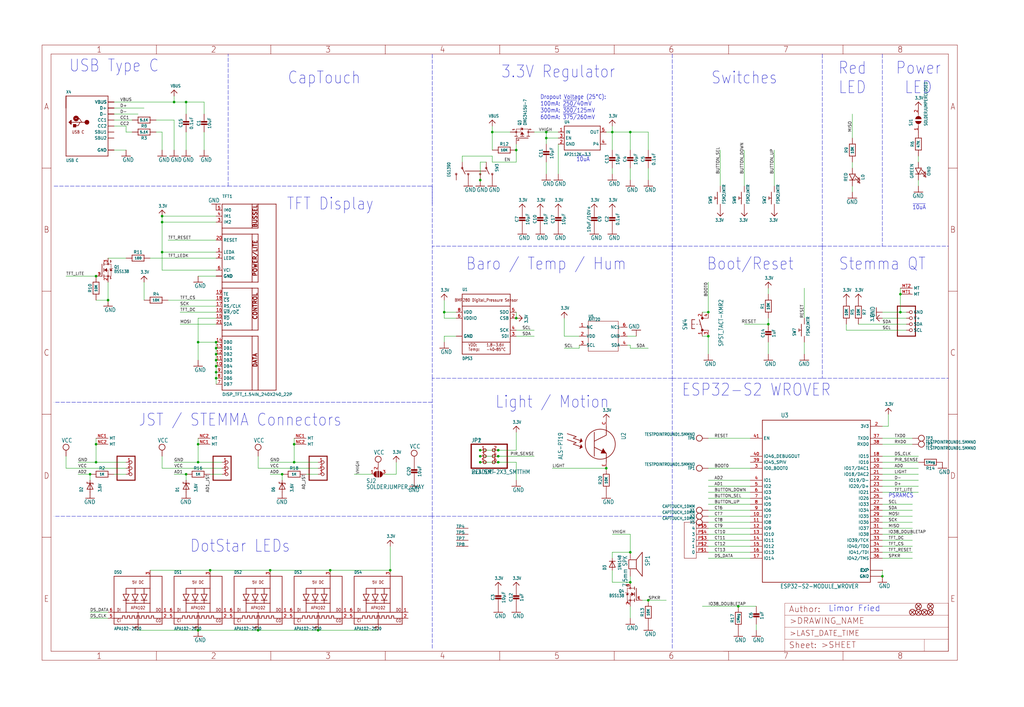
<source format=kicad_sch>
(kicad_sch (version 20211123) (generator eeschema)
  (paper "User" 433.299 299.161)
  (junction (at 312.42 256.54))
  (junction (at 45.72 127))
  (junction (at 266.7 233.68))
  (junction (at 208.28 55.88))
  (junction (at 259.08 55.88))
  (junction (at 299.72 142.24))
  (junction (at 91.44 147.32))
  (junction (at 210.82 193.04))
  (junction (at 40.64 187.96))
  (junction (at 88.9 241.3))
  (junction (at 165.1 241.3))
  (junction (at 68.58 93.98))
  (junction (at 381 124.46))
  (junction (at 139.7 241.3))
  (junction (at 83.82 266.7))
  (junction (at 114.3 241.3))
  (junction (at 218.44 134.62))
  (junction (at 68.58 91.44))
  (junction (at 91.44 144.78))
  (junction (at 203.2 195.58))
  (junction (at 91.44 154.94))
  (junction (at 274.32 254))
  (junction (at 78.74 43.18))
  (junction (at 91.44 152.4))
  (junction (at 91.44 160.02))
  (junction (at 203.2 193.04))
  (junction (at 381 132.08))
  (junction (at 218.44 63.5))
  (junction (at 325.12 137.16))
  (junction (at 124.46 195.58))
  (junction (at 373.38 243.84))
  (junction (at 83.82 195.58))
  (junction (at 38.1 200.66))
  (junction (at 40.64 116.84))
  (junction (at 134.62 266.7))
  (junction (at 83.82 187.96))
  (junction (at 73.66 43.18))
  (junction (at 119.38 200.66))
  (junction (at 124.46 187.96))
  (junction (at 256.54 198.12))
  (junction (at 109.22 266.7))
  (junction (at 68.58 106.68))
  (junction (at 231.14 58.42))
  (junction (at 203.2 190.5))
  (junction (at 91.44 157.48))
  (junction (at 40.64 195.58))
  (junction (at 266.7 246.38))
  (junction (at 91.44 149.86))
  (junction (at 210.82 195.58))
  (junction (at 187.96 132.08))
  (junction (at 266.7 55.88))
  (junction (at 203.2 76.2))
  (junction (at 78.74 200.66))
  (junction (at 231.14 55.88))
  (junction (at 83.82 144.78))
  (junction (at 299.72 132.08))
  (junction (at 210.82 190.5))
  (wire (pts (xy 83.82 185.42) (xy 83.82 187.96)))
  (wire (pts (xy 218.44 132.08) (xy 218.44 134.62)))
  (polyline (pts (xy 96.52 78.74) (xy 96.52 22.86)))
  (wire (pts (xy 60.96 127) (xy 60.96 119.38)))
  (wire (pts (xy 157.48 200.66) (xy 149.86 200.66)))
  (wire (pts (xy 48.26 43.18) (xy 73.66 43.18)))
  (wire (pts (xy 388.62 76.2) (xy 388.62 78.74)))
  (wire (pts (xy 48.26 53.34) (xy 53.34 53.34)))
  (wire (pts (xy 327.66 63.5) (xy 327.66 78.74)))
  (wire (pts (xy 259.08 246.38) (xy 259.08 241.3)))
  (wire (pts (xy 226.06 142.24) (xy 218.44 142.24)))
  (wire (pts (xy 266.7 71.12) (xy 266.7 76.2)))
  (polyline (pts (xy 284.48 160.02) (xy 182.88 160.02)))
  (polyline (pts (xy 182.88 78.74) (xy 182.88 104.14)))
  (wire (pts (xy 134.62 195.58) (xy 124.46 195.58)))
  (wire (pts (xy 40.64 116.84) (xy 27.94 116.84)))
  (wire (pts (xy 162.56 200.66) (xy 167.64 200.66)))
  (wire (pts (xy 193.04 134.62) (xy 187.96 134.62)))
  (wire (pts (xy 193.04 142.24) (xy 187.96 142.24)))
  (polyline (pts (xy 347.98 22.86) (xy 347.98 104.14)))
  (wire (pts (xy 40.64 187.96) (xy 40.64 195.58)))
  (wire (pts (xy 266.7 55.88) (xy 274.32 55.88)))
  (polyline (pts (xy 347.98 104.14) (xy 373.38 104.14)))
  (wire (pts (xy 78.74 43.18) (xy 73.66 43.18)))
  (wire (pts (xy 314.96 63.5) (xy 314.96 78.74)))
  (wire (pts (xy 317.5 205.74) (xy 299.72 205.74)))
  (wire (pts (xy 124.46 195.58) (xy 114.3 195.58)))
  (wire (pts (xy 340.36 121.92) (xy 340.36 134.62)))
  (wire (pts (xy 124.46 187.96) (xy 124.46 195.58)))
  (wire (pts (xy 373.38 226.06) (xy 386.08 226.06)))
  (wire (pts (xy 91.44 160.02) (xy 91.44 162.56)))
  (wire (pts (xy 381 124.46) (xy 381 132.08)))
  (wire (pts (xy 91.44 114.3) (xy 68.58 114.3)))
  (wire (pts (xy 266.7 233.68) (xy 259.08 233.68)))
  (wire (pts (xy 83.82 187.96) (xy 83.82 195.58)))
  (polyline (pts (xy 373.38 22.86) (xy 373.38 104.14)))
  (wire (pts (xy 317.5 233.68) (xy 299.72 233.68)))
  (wire (pts (xy 53.34 63.5) (xy 48.26 63.5)))
  (wire (pts (xy 266.7 55.88) (xy 266.7 63.5)))
  (wire (pts (xy 91.44 144.78) (xy 91.44 147.32)))
  (polyline (pts (xy 347.98 104.14) (xy 347.98 160.02)))
  (wire (pts (xy 373.38 218.44) (xy 386.08 218.44)))
  (wire (pts (xy 208.28 53.34) (xy 208.28 55.88)))
  (wire (pts (xy 48.26 45.72) (xy 60.96 45.72)))
  (wire (pts (xy 259.08 63.5) (xy 259.08 55.88)))
  (wire (pts (xy 375.92 180.34) (xy 375.92 175.26)))
  (wire (pts (xy 317.5 213.36) (xy 299.72 213.36)))
  (wire (pts (xy 317.5 203.2) (xy 299.72 203.2)))
  (wire (pts (xy 134.62 200.66) (xy 129.54 200.66)))
  (wire (pts (xy 109.22 198.12) (xy 134.62 198.12)))
  (wire (pts (xy 165.1 241.3) (xy 165.1 231.14)))
  (wire (pts (xy 218.44 195.58) (xy 218.44 203.2)))
  (wire (pts (xy 203.2 195.58) (xy 210.82 195.58)))
  (polyline (pts (xy 373.38 104.14) (xy 401.32 104.14)))
  (wire (pts (xy 373.38 180.34) (xy 375.92 180.34)))
  (wire (pts (xy 386.08 213.36) (xy 373.38 213.36)))
  (wire (pts (xy 317.5 236.22) (xy 299.72 236.22)))
  (wire (pts (xy 93.98 195.58) (xy 83.82 195.58)))
  (wire (pts (xy 317.5 231.14) (xy 299.72 231.14)))
  (wire (pts (xy 218.44 68.58) (xy 218.44 63.5)))
  (wire (pts (xy 271.78 254) (xy 274.32 254)))
  (polyline (pts (xy 182.88 218.44) (xy 22.86 218.44)))
  (wire (pts (xy 266.7 226.06) (xy 259.08 226.06)))
  (wire (pts (xy 325.12 144.78) (xy 325.12 149.86)))
  (polyline (pts (xy 182.88 170.18) (xy 22.86 170.18)))
  (wire (pts (xy 266.7 243.84) (xy 266.7 246.38)))
  (wire (pts (xy 38.1 203.2) (xy 38.1 200.66)))
  (wire (pts (xy 265.43 142.24) (xy 269.24 142.24)))
  (polyline (pts (xy 284.48 160.02) (xy 347.98 160.02)))
  (wire (pts (xy 53.34 109.22) (xy 45.72 109.22)))
  (wire (pts (xy 167.64 200.66) (xy 167.64 195.58)))
  (wire (pts (xy 91.44 152.4) (xy 91.44 154.94)))
  (wire (pts (xy 40.64 127) (xy 45.72 127)))
  (wire (pts (xy 91.44 101.6) (xy 71.12 101.6)))
  (wire (pts (xy 109.22 266.7) (xy 134.62 266.7)))
  (wire (pts (xy 40.64 195.58) (xy 33.02 195.58)))
  (wire (pts (xy 68.58 106.68) (xy 68.58 114.3)))
  (wire (pts (xy 78.74 203.2) (xy 78.74 200.66)))
  (wire (pts (xy 210.82 190.5) (xy 218.44 190.5)))
  (polyline (pts (xy 284.48 104.14) (xy 284.48 160.02)))
  (wire (pts (xy 73.66 40.64) (xy 73.66 43.18)))
  (wire (pts (xy 388.62 68.58) (xy 388.62 66.04)))
  (wire (pts (xy 238.76 142.24) (xy 245.11 142.24)))
  (wire (pts (xy 53.34 200.66) (xy 48.26 200.66)))
  (wire (pts (xy 325.12 134.62) (xy 325.12 137.16)))
  (wire (pts (xy 91.44 154.94) (xy 91.44 157.48)))
  (wire (pts (xy 45.72 127) (xy 45.72 119.38)))
  (wire (pts (xy 119.38 200.66) (xy 114.3 200.66)))
  (wire (pts (xy 68.58 198.12) (xy 93.98 198.12)))
  (wire (pts (xy 266.7 246.38) (xy 259.08 246.38)))
  (wire (pts (xy 317.5 208.28) (xy 299.72 208.28)))
  (wire (pts (xy 27.94 198.12) (xy 53.34 198.12)))
  (wire (pts (xy 266.7 256.54) (xy 266.7 261.62)))
  (wire (pts (xy 231.14 58.42) (xy 231.14 55.88)))
  (wire (pts (xy 40.64 185.42) (xy 40.64 187.96)))
  (wire (pts (xy 236.22 58.42) (xy 231.14 58.42)))
  (polyline (pts (xy 182.88 86.36) (xy 182.88 22.86)))
  (wire (pts (xy 208.28 66.04) (xy 208.28 68.58)))
  (wire (pts (xy 124.46 185.42) (xy 124.46 187.96)))
  (wire (pts (xy 373.38 134.62) (xy 383.54 134.62)))
  (wire (pts (xy 383.54 137.16) (xy 363.22 137.16)))
  (wire (pts (xy 373.38 193.04) (xy 388.62 193.04)))
  (wire (pts (xy 78.74 200.66) (xy 73.66 200.66)))
  (wire (pts (xy 68.58 93.98) (xy 68.58 106.68)))
  (wire (pts (xy 340.36 144.78) (xy 340.36 149.86)))
  (wire (pts (xy 91.44 91.44) (xy 68.58 91.44)))
  (wire (pts (xy 259.08 71.12) (xy 259.08 73.66)))
  (wire (pts (xy 317.5 198.12) (xy 299.72 198.12)))
  (wire (pts (xy 91.44 137.16) (xy 76.2 137.16)))
  (wire (pts (xy 203.2 193.04) (xy 210.82 193.04)))
  (wire (pts (xy 299.72 220.98) (xy 317.5 220.98)))
  (wire (pts (xy 53.34 55.88) (xy 55.88 55.88)))
  (wire (pts (xy 373.38 205.74) (xy 388.62 205.74)))
  (wire (pts (xy 86.36 55.88) (xy 86.36 63.5)))
  (polyline (pts (xy 284.48 22.86) (xy 284.48 104.14)))
  (wire (pts (xy 91.44 127) (xy 71.12 127)))
  (wire (pts (xy 83.82 144.78) (xy 83.82 152.4)))
  (wire (pts (xy 48.26 48.26) (xy 58.42 48.26)))
  (wire (pts (xy 317.5 185.42) (xy 299.72 185.42)))
  (polyline (pts (xy 96.52 78.74) (xy 182.88 78.74)))
  (wire (pts (xy 274.32 71.12) (xy 274.32 76.2)))
  (wire (pts (xy 114.3 241.3) (xy 139.7 241.3)))
  (wire (pts (xy 58.42 266.7) (xy 83.82 266.7)))
  (wire (pts (xy 68.58 198.12) (xy 68.58 193.04)))
  (wire (pts (xy 88.9 241.3) (xy 114.3 241.3)))
  (wire (pts (xy 299.72 210.82) (xy 317.5 210.82)))
  (polyline (pts (xy 284.48 104.14) (xy 347.98 104.14)))
  (wire (pts (xy 360.68 68.58) (xy 360.68 71.12)))
  (wire (pts (xy 299.72 228.6) (xy 317.5 228.6)))
  (wire (pts (xy 187.96 132.08) (xy 187.96 127)))
  (wire (pts (xy 45.72 259.08) (xy 38.1 259.08)))
  (wire (pts (xy 383.54 139.7) (xy 358.14 139.7)))
  (wire (pts (xy 208.28 68.58) (xy 218.44 68.58)))
  (polyline (pts (xy 22.86 78.74) (xy 96.52 78.74)))
  (wire (pts (xy 91.44 109.22) (xy 63.5 109.22)))
  (wire (pts (xy 226.06 55.88) (xy 231.14 55.88)))
  (wire (pts (xy 256.54 198.12) (xy 233.68 198.12)))
  (wire (pts (xy 86.36 48.26) (xy 86.36 43.18)))
  (wire (pts (xy 373.38 241.3) (xy 373.38 243.84)))
  (wire (pts (xy 373.38 215.9) (xy 386.08 215.9)))
  (wire (pts (xy 48.26 50.8) (xy 55.88 50.8)))
  (wire (pts (xy 266.7 146.05) (xy 266.7 147.32)))
  (wire (pts (xy 360.68 81.28) (xy 360.68 78.74)))
  (wire (pts (xy 53.34 53.34) (xy 53.34 55.88)))
  (wire (pts (xy 27.94 198.12) (xy 27.94 193.04)))
  (wire (pts (xy 259.08 55.88) (xy 259.08 53.34)))
  (wire (pts (xy 259.08 233.68) (xy 259.08 236.22)))
  (wire (pts (xy 38.1 200.66) (xy 33.02 200.66)))
  (wire (pts (xy 91.44 116.84) (xy 83.82 116.84)))
  (wire (pts (xy 265.43 146.05) (xy 266.7 146.05)))
  (wire (pts (xy 195.58 66.04) (xy 208.28 66.04)))
  (wire (pts (xy 320.04 256.54) (xy 312.42 256.54)))
  (wire (pts (xy 245.11 147.32) (xy 238.76 147.32)))
  (wire (pts (xy 299.72 142.24) (xy 299.72 149.86)))
  (wire (pts (xy 203.2 190.5) (xy 210.82 190.5)))
  (polyline (pts (xy 182.88 274.32) (xy 182.88 218.44)))
  (wire (pts (xy 236.22 55.88) (xy 231.14 55.88)))
  (wire (pts (xy 83.82 266.7) (xy 109.22 266.7)))
  (wire (pts (xy 195.58 66.04) (xy 195.58 68.58)))
  (wire (pts (xy 299.72 223.52) (xy 317.5 223.52)))
  (wire (pts (xy 312.42 256.54) (xy 297.18 256.54)))
  (wire (pts (xy 256.54 55.88) (xy 259.08 55.88)))
  (wire (pts (xy 360.68 48.26) (xy 360.68 58.42)))
  (wire (pts (xy 109.22 198.12) (xy 109.22 193.04)))
  (polyline (pts (xy 284.48 218.44) (xy 284.48 160.02)))
  (wire (pts (xy 215.9 55.88) (xy 208.28 55.88)))
  (wire (pts (xy 63.5 241.3) (xy 88.9 241.3)))
  (wire (pts (xy 386.08 236.22) (xy 373.38 236.22)))
  (wire (pts (xy 236.22 60.96) (xy 236.22 73.66)))
  (polyline (pts (xy 182.88 160.02) (xy 182.88 104.14)))
  (wire (pts (xy 266.7 147.32) (xy 274.32 147.32)))
  (wire (pts (xy 86.36 43.18) (xy 78.74 43.18)))
  (wire (pts (xy 91.44 149.86) (xy 91.44 152.4)))
  (wire (pts (xy 218.44 60.96) (xy 218.44 63.5)))
  (wire (pts (xy 187.96 134.62) (xy 187.96 132.08)))
  (wire (pts (xy 231.14 68.58) (xy 231.14 73.66)))
  (wire (pts (xy 187.96 142.24) (xy 187.96 144.78)))
  (wire (pts (xy 358.14 139.7) (xy 358.14 137.16)))
  (wire (pts (xy 381 132.08) (xy 383.54 132.08)))
  (wire (pts (xy 386.08 231.14) (xy 373.38 231.14)))
  (wire (pts (xy 373.38 233.68) (xy 386.08 233.68)))
  (wire (pts (xy 66.04 55.88) (xy 68.58 55.88)))
  (wire (pts (xy 259.08 55.88) (xy 266.7 55.88)))
  (wire (pts (xy 73.66 50.8) (xy 73.66 63.5)))
  (wire (pts (xy 317.5 226.06) (xy 299.72 226.06)))
  (wire (pts (xy 68.58 55.88) (xy 68.58 63.5)))
  (wire (pts (xy 119.38 203.2) (xy 119.38 200.66)))
  (wire (pts (xy 68.58 106.68) (xy 91.44 106.68)))
  (wire (pts (xy 83.82 195.58) (xy 73.66 195.58)))
  (wire (pts (xy 299.72 119.38) (xy 299.72 132.08)))
  (wire (pts (xy 381 121.92) (xy 381 124.46)))
  (wire (pts (xy 373.38 203.2) (xy 388.62 203.2)))
  (polyline (pts (xy 284.48 218.44) (xy 182.88 218.44)))
  (wire (pts (xy 373.38 208.28) (xy 388.62 208.28)))
  (wire (pts (xy 66.04 50.8) (xy 73.66 50.8)))
  (wire (pts (xy 91.44 157.48) (xy 91.44 160.02)))
  (wire (pts (xy 205.74 68.58) (xy 203.2 68.58)))
  (wire (pts (xy 83.82 134.62) (xy 83.82 144.78)))
  (wire (pts (xy 91.44 129.54) (xy 76.2 129.54)))
  (wire (pts (xy 91.44 134.62) (xy 83.82 134.62)))
  (wire (pts (xy 134.62 266.7) (xy 160.02 266.7)))
  (wire (pts (xy 91.44 93.98) (xy 68.58 93.98)))
  (wire (pts (xy 231.14 60.96) (xy 231.14 58.42)))
  (wire (pts (xy 91.44 147.32) (xy 91.44 149.86)))
  (wire (pts (xy 245.11 146.05) (xy 245.11 147.32)))
  (wire (pts (xy 139.7 241.3) (xy 165.1 241.3)))
  (wire (pts (xy 373.38 187.96) (xy 386.08 187.96)))
  (wire (pts (xy 373.38 223.52) (xy 386.08 223.52)))
  (wire (pts (xy 317.5 218.44) (xy 299.72 218.44)))
  (wire (pts (xy 297.18 132.08) (xy 299.72 132.08)))
  (polyline (pts (xy 347.98 160.02) (xy 401.32 160.02)))
  (wire (pts (xy 208.28 63.5) (xy 208.28 55.88)))
  (wire (pts (xy 187.96 132.08) (xy 193.04 132.08)))
  (wire (pts (xy 274.32 55.88) (xy 274.32 63.5)))
  (wire (pts (xy 266.7 233.68) (xy 266.7 226.06)))
  (wire (pts (xy 373.38 220.98) (xy 386.08 220.98)))
  (wire (pts (xy 381 132.08) (xy 373.38 132.08)))
  (wire (pts (xy 373.38 200.66) (xy 388.62 200.66)))
  (wire (pts (xy 218.44 139.7) (xy 226.06 139.7)))
  (wire (pts (xy 373.38 198.12) (xy 388.62 198.12)))
  (wire (pts (xy 238.76 134.62) (xy 238.76 142.24)))
  (wire (pts (xy 78.74 63.5) (xy 78.74 55.88)))
  (wire (pts (xy 314.96 137.16) (xy 325.12 137.16)))
  (wire (pts (xy 93.98 200.66) (xy 88.9 200.66)))
  (wire (pts (xy 304.8 78.74) (xy 304.8 63.5)))
  (wire (pts (xy 91.44 144.78) (xy 83.82 144.78)))
  (wire (pts (xy 373.38 195.58) (xy 388.62 195.58)))
  (wire (pts (xy 320.04 266.7) (xy 320.04 264.16)))
  (wire (pts (xy 373.38 228.6) (xy 386.08 228.6)))
  (wire (pts (xy 203.2 68.58) (xy 203.2 76.2)))
  (wire (pts (xy 274.32 254) (xy 281.94 254)))
  (wire (pts (xy 325.12 121.92) (xy 325.12 124.46)))
  (wire (pts (xy 317.5 215.9) (xy 299.72 215.9)))
  (wire (pts (xy 68.58 91.44) (xy 68.58 93.98)))
  (wire (pts (xy 210.82 195.58) (xy 218.44 195.58)))
  (polyline (pts (xy 284.48 274.32) (xy 284.48 218.44)))
  (wire (pts (xy 91.44 132.08) (xy 76.2 132.08)))
  (wire (pts (xy 373.38 185.42) (xy 386.08 185.42)))
  (wire (pts (xy 53.34 195.58) (xy 40.64 195.58)))
  (polyline (pts (xy 284.48 104.14) (xy 182.88 104.14)))
  (wire (pts (xy 78.74 43.18) (xy 78.74 48.26)))
  (wire (pts (xy 297.18 142.24) (xy 299.72 142.24)))
  (polyline (pts (xy 182.88 218.44) (xy 182.88 160.02)))
  (wire (pts (xy 218.44 190.5) (xy 218.44 182.88)))
  (wire (pts (xy 38.1 261.62) (xy 45.72 261.62)))
  (wire (pts (xy 210.82 193.04) (xy 226.06 193.04)))
  (text "Switches" (at 314.96 33.02 180) (effects (font (size 5.08 4.318))))
  (text "TFT Display" (at 139.7 86.36 180) (effects (font (size 5.08 4.318))))
  (text "CapTouch" (at 137.16 33.02 180) (effects (font (size 5.08 4.318))))
  (text "~{10uA}" (at 243.84 68.58 180) (effects (font (size 1.778 1.5113)) (justify left bottom)))
  (text "JST / STEMMA Connectors" (at 101.6 177.8 180) (effects (font (size 5.08 4.318))))
  (text "PSRAMCS" (at 375.92 210.82 180) (effects (font (size 1.778 1.5113)) (justify left bottom)))
  (text "Baro / Temp / Hum" (at 231.14 111.76 180) (effects (font (size 5.08 4.318))))
  (text "ESP32-S2 WROVER" (at 320.04 165.1 180) (effects (font (size 5.08 4.318))))
  (text "3.3V Regulator" (at 236.22 30.48 180) (effects (font (size 5.08 4.318))))
  (text "Light / Motion" (at 233.68 170.18 180) (effects (font (size 5.08 4.318))))
  (text "Stemma QT" (at 373.38 111.76 180) (effects (font (size 5.08 4.318))))
  (text "~{10uA}" (at 386.08 88.9 180) (effects (font (size 1.778 1.5113)) (justify left bottom)))
  (text "Limor Fried" (at 350.52 259.08 180) (effects (font (size 2.54 2.54)) (justify left bottom)))
  (text "Boot/Reset" (at 317.5 111.76 180) (effects (font (size 5.08 4.318))))
  (text "USB Type C" (at 48.26 27.94 180) (effects (font (size 5.08 4.318))))
  (text "Dropout Voltage (25°C):\n100mA: ~{250/}40mV\n300mA: ~{300/}125mV\n600mA: ~{375/}260mV" (at 228.6 50.8 0) (effects (font (size 1.778 1.5113)) (justify left bottom)))
  (text "Red\nLED" (at 360.68 33.02 180) (effects (font (size 5.08 4.318))))
  (text "Power\nLED" (at 388.62 33.02 180) (effects (font (size 5.08 4.318))))
  (text "DotStar LEDs" (at 101.6 231.14 180) (effects (font (size 5.08 4.318))))
  (label "DS_DATA" (at 38.1 259.08 0) (effects (font (size 1.2446 1.2446))))
  (label "TXD0" (at 378.46 185.42 0) (effects (font (size 1.2446 1.2446))))
  (label "MISO" (at 360.68 55.88 90) (effects (font (size 1.2446 1.2446))))
  (label "SPKR" (at 375.92 236.22 0) (effects (font (size 1.2446 1.2446))))
  (label "TFT_LITE" (at 27.94 116.84 0) (effects (font (size 1.2446 1.2446))))
  (label "RESET" (at 302.26 185.42 0) (effects (font (size 1.2446 1.2446))))
  (label "SDA" (at 220.98 142.24 0) (effects (font (size 1.2446 1.2446))))
  (label "VHIGH" (at 233.68 55.88 180) (effects (font (size 1.2446 1.2446))))
  (label "BUTTON_DOWN" (at 314.96 73.66 90) (effects (font (size 1.2446 1.2446))))
  (label "SDA" (at 373.38 137.16 0) (effects (font (size 1.2446 1.2446))))
  (label "LIGHT" (at 378.46 200.66 0) (effects (font (size 1.2446 1.2446))))
  (label "PIR_SENSE" (at 378.46 195.58 0) (effects (font (size 1.2446 1.2446))))
  (label "VCC" (at 73.66 198.12 0) (effects (font (size 1.2446 1.2446))))
  (label "VHIGH" (at 259.08 226.06 0) (effects (font (size 1.2446 1.2446))))
  (label "SDA" (at 375.92 215.9 0) (effects (font (size 1.2446 1.2446))))
  (label "CT12" (at 302.26 231.14 0) (effects (font (size 1.2446 1.2446))))
  (label "SCL" (at 220.98 139.7 0) (effects (font (size 1.2446 1.2446))))
  (label "RESET" (at 340.36 134.62 90) (effects (font (size 1.2446 1.2446))))
  (label "GND" (at 73.66 195.58 0) (effects (font (size 1.2446 1.2446))))
  (label "BUTTON_SEL" (at 302.26 210.82 0) (effects (font (size 1.2446 1.2446))))
  (label "TFT_CS" (at 375.92 231.14 0) (effects (font (size 1.2446 1.2446))))
  (label "DS_CLK" (at 378.46 193.04 0) (effects (font (size 1.2446 1.2446))))
  (label "TFT_RESET" (at 71.12 101.6 0) (effects (font (size 1.2446 1.2446))))
  (label "IO38_DOUBLETAP" (at 375.92 226.06 0) (effects (font (size 1.2446 1.2446))))
  (label "MISO" (at 375.92 223.52 0) (effects (font (size 1.2446 1.2446))))
  (label "AD0" (at 114.3 200.66 0) (effects (font (size 1.2446 1.2446))))
  (label "LIGHT" (at 233.68 198.12 0) (effects (font (size 1.2446 1.2446))))
  (label "SDA" (at 269.24 147.32 0) (effects (font (size 1.2446 1.2446))))
  (label "AD2" (at 302.26 203.2 0) (effects (font (size 1.2446 1.2446))))
  (label "SCL" (at 375.92 213.36 0) (effects (font (size 1.2446 1.2446))))
  (label "TFT_DC" (at 375.92 228.6 0) (effects (font (size 1.2446 1.2446))))
  (label "BOOT0" (at 302.26 198.12 0) (effects (font (size 1.2446 1.2446))))
  (label "GND" (at 33.02 195.58 0) (effects (font (size 1.2446 1.2446))))
  (label "D+" (at 378.46 205.74 0) (effects (font (size 1.2446 1.2446))))
  (label "TFT_RESET" (at 375.92 233.68 0) (effects (font (size 1.2446 1.2446))))
  (label "AD1" (at 302.26 205.74 0) (effects (font (size 1.2446 1.2446))))
  (label "AD0" (at 378.46 198.12 0) (effects (font (size 1.2446 1.2446))))
  (label "AD1_JST" (at 88.9 200.66 270) (effects (font (size 1.2446 1.2446))))
  (label "SCK" (at 375.92 220.98 0) (effects (font (size 1.2446 1.2446))))
  (label "BUTTON_UP" (at 302.26 213.36 0) (effects (font (size 1.2446 1.2446))))
  (label "MOSI" (at 76.2 137.16 0) (effects (font (size 1.2446 1.2446))))
  (label "AD2" (at 33.02 200.66 0) (effects (font (size 1.2446 1.2446))))
  (label "CT10" (at 302.26 226.06 0) (effects (font (size 1.2446 1.2446))))
  (label "SCK" (at 76.2 129.54 0) (effects (font (size 1.2446 1.2446))))
  (label "VBUS" (at 50.8 43.18 0) (effects (font (size 1.2446 1.2446))))
  (label "TFT_LITE" (at 378.46 208.28 0) (effects (font (size 1.2446 1.2446))))
  (label "CT11" (at 302.26 228.6 0) (effects (font (size 1.2446 1.2446))))
  (label "AD1" (at 73.66 200.66 0) (effects (font (size 1.2446 1.2446))))
  (label "CT6" (at 302.26 215.9 0) (effects (font (size 1.2446 1.2446))))
  (label "SCL" (at 238.76 147.32 0) (effects (font (size 1.2446 1.2446))))
  (label "RESET" (at 320.04 137.16 180) (effects (font (size 1.3513 1.3513))))
  (label "BUTTON_DOWN" (at 302.26 208.28 0) (effects (font (size 1.2446 1.2446))))
  (label "VCC" (at 33.02 198.12 0) (effects (font (size 1.2446 1.2446))))
  (label "BUTTON_UP" (at 327.66 73.66 90) (effects (font (size 1.2446 1.2446))))
  (label "CC1" (at 50.8 50.8 0) (effects (font (size 1.2446 1.2446))))
  (label "VCC" (at 114.3 198.12 0) (effects (font (size 1.2446 1.2446))))
  (label "RXD0" (at 378.46 187.96 0) (effects (font (size 1.2446 1.2446))))
  (label "BUTTON_SEL" (at 304.8 73.66 90) (effects (font (size 1.2446 1.2446))))
  (label "CT7" (at 302.26 218.44 0) (effects (font (size 1.2446 1.2446))))
  (label "GND" (at 114.3 195.58 0) (effects (font (size 1.2446 1.2446))))
  (label "TFT_CS" (at 76.2 127 0) (effects (font (size 1.2446 1.2446))))
  (label "SPKR" (at 274.32 254 0) (effects (font (size 1.2446 1.2446))))
  (label "BOOT0" (at 299.72 119.38 270) (effects (font (size 1.2446 1.2446))))
  (label "CC2" (at 50.8 53.34 0) (effects (font (size 1.2446 1.2446))))
  (label "CT8" (at 302.26 220.98 0) (effects (font (size 1.2446 1.2446))))
  (label "SCL" (at 373.38 139.7 0) (effects (font (size 1.2446 1.2446))))
  (label "DS_DATA" (at 302.26 236.22 0) (effects (font (size 1.2446 1.2446))))
  (label "D-" (at 50.8 48.26 0) (effects (font (size 1.2446 1.2446))))
  (label "TFT_LEDK" (at 71.12 109.22 0) (effects (font (size 1.2446 1.2446))))
  (label "TFT_DC" (at 76.2 132.08 0) (effects (font (size 1.2446 1.2446))))
  (label "CT13" (at 302.26 233.68 0) (effects (font (size 1.2446 1.2446))))
  (label "D+" (at 50.8 45.72 0) (effects (font (size 1.2446 1.2446))))
  (label "CT9" (at 302.26 223.52 0) (effects (font (size 1.2446 1.2446))))
  (label "PIR_SENSE" (at 215.9 193.04 0) (effects (font (size 1.2446 1.2446))))
  (label "IO38_DOUBLETAP" (at 299.72 256.54 0) (effects (font (size 1.2446 1.2446))))
  (label "EN" (at 213.36 68.58 0) (effects (font (size 1.2446 1.2446))))
  (label "MOSI" (at 375.92 218.44 0) (effects (font (size 1.2446 1.2446))))
  (label "D-" (at 378.46 203.2 0) (effects (font (size 1.2446 1.2446))))
  (label "VHIGH" (at 152.4 200.66 90) (effects (font (size 1.2446 1.2446))))
  (label "DS_CLK" (at 38.1 261.62 0) (effects (font (size 1.2446 1.2446))))
  (label "A0_JST" (at 129.54 200.66 270) (effects (font (size 1.2446 1.2446))))
  (symbol (lib_id "eagleSchem-eagle-import:RESISTOR_0603_NOOUT") (at 256.54 203.2 90) (unit 1)
    (property "Reference" "R20" (at 254 203.2 0))
    (property "Value" "10K" (at 256.54 203.2 0) (effects (font (size 1.016 1.016) bold)))
    (property "Footprint" "eagleSchem:0603-NO" (effects hide))
  )
  (symbol (lib_id "eagleSchem-eagle-import:3.3V") (at 218.44 180.34 0) (unit 1)
    (property "Reference" "#U$19" (effects hide))
    (property "Value" "3.3V" (at 216.916 179.324 0) (effects (font (size 1.27 1.0795)) (justify left bottom)))
    (property "Footprint" "eagleSchem:" (effects hide))
  )
  (symbol (lib_id "eagleSchem-eagle-import:STEMMA_I2C_QT") (at 381 124.46 0) (unit 2)
    (property "Reference" "CONN1" (effects hide))
    (property "Value" "STEMMA_I2C_QT" (effects hide))
    (property "Footprint" "eagleSchem:JST_SH4" (effects hide))
  )
  (symbol (lib_id "eagleSchem-eagle-import:FIDUCIAL_1MM") (at 386.08 259.08 0) (unit 1)
    (property "Reference" "FID1" (effects hide))
    (property "Value" "FIDUCIAL_1MM" (effects hide))
    (property "Footprint" "eagleSchem:FIDUCIAL_1MM" (effects hide))
  )
  (symbol (lib_id "eagleSchem-eagle-import:CON_JST_PH_3PIN") (at 40.64 185.42 0) (unit 2)
    (property "Reference" "SENSE3" (effects hide))
    (property "Value" "JST PH 3" (effects hide))
    (property "Footprint" "eagleSchem:JSTPH3" (effects hide))
  )
  (symbol (lib_id "eagleSchem-eagle-import:3.3V") (at 165.1 228.6 0) (unit 1)
    (property "Reference" "#U$52" (effects hide))
    (property "Value" "3.3V" (at 163.576 227.584 0) (effects (font (size 1.27 1.0795)) (justify left bottom)))
    (property "Footprint" "eagleSchem:" (effects hide))
  )
  (symbol (lib_id "eagleSchem-eagle-import:VCC") (at 175.26 193.04 0) (unit 1)
    (property "Reference" "#SUPPLY2" (effects hide))
    (property "Value" "VCC" (at 173.355 189.865 0) (effects (font (size 1.778 1.5113)) (justify left bottom)))
    (property "Footprint" "eagleSchem:" (effects hide))
  )
  (symbol (lib_id "eagleSchem-eagle-import:CAP_CERAMIC0603_NO") (at 78.74 53.34 0) (unit 1)
    (property "Reference" "C15" (at 76.45 52.09 90))
    (property "Value" "0.1uF" (at 81.04 52.09 90))
    (property "Footprint" "eagleSchem:0603-NO" (effects hide))
  )
  (symbol (lib_id "eagleSchem-eagle-import:GND") (at 274.32 78.74 0) (unit 1)
    (property "Reference" "#U$12" (effects hide))
    (property "Value" "GND" (at 272.796 81.28 0) (effects (font (size 1.778 1.5113)) (justify left bottom)))
    (property "Footprint" "eagleSchem:" (effects hide))
  )
  (symbol (lib_id "eagleSchem-eagle-import:3.3V") (at 259.08 86.36 0) (unit 1)
    (property "Reference" "#U$48" (effects hide))
    (property "Value" "3.3V" (at 257.556 85.344 0) (effects (font (size 1.27 1.0795)) (justify left bottom)))
    (property "Footprint" "eagleSchem:" (effects hide))
  )
  (symbol (lib_id "eagleSchem-eagle-import:SEWTAP_SMTNUTM3") (at 193.04 231.14 0) (unit 1)
    (property "Reference" "TP8" (at 193.04 231.14 0) (effects (justify left bottom)))
    (property "Value" "SEWTAP_SMTNUTM3" (effects hide))
    (property "Footprint" "eagleSchem:SMT_NUT_3MM" (effects hide))
  )
  (symbol (lib_id "eagleSchem-eagle-import:ESP32-S2-MODULE_WROVER") (at 345.44 210.82 0) (unit 1)
    (property "Reference" "U3" (at 330.4041 176.6855 0) (effects (font (size 1.778 1.5113)) (justify left bottom)))
    (property "Value" "ESP32-S2-MODULE_WROVER" (at 330.1533 249.0281 0) (effects (font (size 1.778 1.5113)) (justify left bottom)))
    (property "Footprint" "eagleSchem:MODULE_ESP32-S2-WROVER" (effects hide))
  )
  (symbol (lib_id "eagleSchem-eagle-import:GND") (at 203.2 78.74 0) (unit 1)
    (property "Reference" "#U$11" (effects hide))
    (property "Value" "GND" (at 201.676 81.28 0) (effects (font (size 1.778 1.5113)) (justify left bottom)))
    (property "Footprint" "eagleSchem:" (effects hide))
  )
  (symbol (lib_id "eagleSchem-eagle-import:GND") (at 373.38 246.38 0) (unit 1)
    (property "Reference" "#U$37" (effects hide))
    (property "Value" "GND" (at 371.856 248.92 0) (effects (font (size 1.778 1.5113)) (justify left bottom)))
    (property "Footprint" "eagleSchem:" (effects hide))
  )
  (symbol (lib_id "eagleSchem-eagle-import:VBUS") (at 73.66 38.1 0) (unit 1)
    (property "Reference" "#U$2" (effects hide))
    (property "Value" "VBUS" (at 72.136 37.084 0) (effects (font (size 1.27 1.0795)) (justify left bottom)))
    (property "Footprint" "eagleSchem:" (effects hide))
  )
  (symbol (lib_id "eagleSchem-eagle-import:DISP_TFT_1.54IN_240X240_22P") (at 109.22 127 0) (unit 1)
    (property "Reference" "TFT1" (at 93.98 83.82 0) (effects (justify left bottom)))
    (property "Value" "DISP_TFT_1.54IN_240X240_22P" (at 93.98 167.64 0) (effects (justify left bottom)))
    (property "Footprint" "eagleSchem:TFT_1.54IN_240X240_22PIN" (effects hide))
  )
  (symbol (lib_id "eagleSchem-eagle-import:DIODESOD-323F") (at 259.08 238.76 90) (unit 1)
    (property "Reference" "D3" (at 256.54 241.3 0) (effects (font (size 1.27 1.0795)) (justify left bottom)))
    (property "Value" "1N4148" (at 262.89 241.3 0) (effects (font (size 1.27 1.0795)) (justify left bottom)))
    (property "Footprint" "eagleSchem:SOD-323F" (effects hide))
  )
  (symbol (lib_id "eagleSchem-eagle-import:RESISTOR_0603_NOOUT") (at 58.42 109.22 0) (unit 1)
    (property "Reference" "R11" (at 58.42 106.68 0))
    (property "Value" "100" (at 58.42 109.22 0) (effects (font (size 1.016 1.016) bold)))
    (property "Footprint" "eagleSchem:0603-NO" (effects hide))
  )
  (symbol (lib_id "eagleSchem-eagle-import:GND") (at 360.68 83.82 0) (unit 1)
    (property "Reference" "#GND17" (effects hide))
    (property "Value" "GND" (at 358.14 86.36 0) (effects (font (size 1.778 1.5113)) (justify left bottom)))
    (property "Footprint" "eagleSchem:" (effects hide))
  )
  (symbol (lib_id "eagleSchem-eagle-import:TESTPOINTROUND1.5MMNO") (at 299.72 198.12 90) (unit 1)
    (property "Reference" "TP1" (at 294.132 198.12 90) (effects (font (size 1.27 1.0795)) (justify left)))
    (property "Value" "TESTPOINTROUND1.5MMNO" (at 294.132 196.469 90) (effects (font (size 1.27 1.0795)) (justify left)))
    (property "Footprint" "eagleSchem:TESTPOINT_ROUND_1.5MM_NO" (effects hide))
  )
  (symbol (lib_id "eagleSchem-eagle-import:GND") (at 259.08 76.2 0) (unit 1)
    (property "Reference" "#U$23" (effects hide))
    (property "Value" "GND" (at 257.556 78.74 0) (effects (font (size 1.778 1.5113)) (justify left bottom)))
    (property "Footprint" "eagleSchem:" (effects hide))
  )
  (symbol (lib_id "eagleSchem-eagle-import:GND") (at 231.14 76.2 0) (unit 1)
    (property "Reference" "#U$21" (effects hide))
    (property "Value" "GND" (at 229.616 78.74 0) (effects (font (size 1.778 1.5113)) (justify left bottom)))
    (property "Footprint" "eagleSchem:" (effects hide))
  )
  (symbol (lib_id "eagleSchem-eagle-import:RESISTOR_0603_NOOUT") (at 124.46 200.66 0) (mirror y) (unit 1)
    (property "Reference" "R18" (at 124.46 198.12 0))
    (property "Value" "1K" (at 124.46 200.66 0) (effects (font (size 1.016 1.016) bold)))
    (property "Footprint" "eagleSchem:0603-NO" (effects hide))
  )
  (symbol (lib_id "eagleSchem-eagle-import:SOLDERJUMPER_2WAY") (at 160.02 200.66 0) (unit 1)
    (property "Reference" "SJ2" (at 154.94 204.47 0) (effects (font (size 1.778 1.5113)) (justify left bottom)))
    (property "Value" "SOLDERJUMPER_2WAY" (at 154.94 207.01 0) (effects (font (size 1.778 1.5113)) (justify left bottom)))
    (property "Footprint" "eagleSchem:SOLDERJUMPER_2WAY_OPEN_NOPASTE" (effects hide))
  )
  (symbol (lib_id "eagleSchem-eagle-import:RESISTOR_0603_NOOUT") (at 66.04 127 0) (unit 1)
    (property "Reference" "R4" (at 66.04 124.46 0))
    (property "Value" "10K" (at 66.04 127 0) (effects (font (size 1.016 1.016) bold)))
    (property "Footprint" "eagleSchem:0603-NO" (effects hide))
  )
  (symbol (lib_id "eagleSchem-eagle-import:STEMMA_I2C_QT") (at 383.54 137.16 0) (unit 1)
    (property "Reference" "CONN1" (effects hide))
    (property "Value" "STEMMA_I2C_QT" (effects hide))
    (property "Footprint" "eagleSchem:JST_SH4" (effects hide))
  )
  (symbol (lib_id "eagleSchem-eagle-import:CAPTOUCH_MONOPAD_7X9") (at 299.72 220.98 90) (unit 1)
    (property "Reference" "X5" (at 294.132 220.98 90) (effects (font (size 1.27 1.0795)) (justify left)))
    (property "Value" "CAPTOUCH_10MM" (at 294.132 219.329 90) (effects (font (size 1.27 1.0795)) (justify left)))
    (property "Footprint" "eagleSchem:CAPTOUCH_7X9MM" (effects hide))
  )
  (symbol (lib_id "eagleSchem-eagle-import:RESISTOR_0603_NOOUT") (at 360.68 63.5 90) (unit 1)
    (property "Reference" "R9" (at 358.14 63.5 0))
    (property "Value" "10K" (at 360.68 63.5 0) (effects (font (size 1.016 1.016) bold)))
    (property "Footprint" "eagleSchem:0603-NO" (effects hide))
  )
  (symbol (lib_id "eagleSchem-eagle-import:3.3V") (at 363.22 124.46 0) (unit 1)
    (property "Reference" "#U$3" (effects hide))
    (property "Value" "3.3V" (at 361.696 123.444 0) (effects (font (size 1.27 1.0795)) (justify left bottom)))
    (property "Footprint" "eagleSchem:" (effects hide))
  )
  (symbol (lib_id "eagleSchem-eagle-import:GND") (at 269.24 139.7 180) (unit 1)
    (property "Reference" "#U$15" (effects hide))
    (property "Value" "GND" (at 270.764 137.16 0) (effects (font (size 1.778 1.5113)) (justify left bottom)))
    (property "Footprint" "eagleSchem:" (effects hide))
  )
  (symbol (lib_id "eagleSchem-eagle-import:SEWTAP_SMTNUTM3") (at 193.04 223.52 0) (unit 1)
    (property "Reference" "TP4" (at 193.04 223.52 0) (effects (justify left bottom)))
    (property "Value" "SEWTAP_SMTNUTM3" (effects hide))
    (property "Footprint" "eagleSchem:SMT_NUT_3MM" (effects hide))
  )
  (symbol (lib_id "eagleSchem-eagle-import:GND") (at 398.78 198.12 0) (unit 1)
    (property "Reference" "#U$14" (effects hide))
    (property "Value" "GND" (at 397.256 200.66 0) (effects (font (size 1.778 1.5113)) (justify left bottom)))
    (property "Footprint" "eagleSchem:" (effects hide))
  )
  (symbol (lib_id "eagleSchem-eagle-import:GND") (at 38.1 210.82 0) (unit 1)
    (property "Reference" "#GND2" (effects hide))
    (property "Value" "GND" (at 35.56 213.36 0) (effects (font (size 1.778 1.5113)) (justify left bottom)))
    (property "Footprint" "eagleSchem:" (effects hide))
  )
  (symbol (lib_id "eagleSchem-eagle-import:HEADER-2X3_SMTTHM") (at 208.28 193.04 0) (unit 1)
    (property "Reference" "JP2" (at 199.39 187.325 0) (effects (font (size 1.778 1.5113)) (justify left bottom)))
    (property "Value" "HEADER-2X3_SMTTHM" (at 199.39 200.66 0) (effects (font (size 1.778 1.5113)) (justify left bottom)))
    (property "Footprint" "eagleSchem:2X03_SMTTHM" (effects hide))
  )
  (symbol (lib_id "eagleSchem-eagle-import:RESISTOR_0603_NOOUT") (at 60.96 55.88 180) (unit 1)
    (property "Reference" "R3" (at 60.96 58.42 0))
    (property "Value" "5.1K" (at 60.96 55.88 0) (effects (font (size 1.016 1.016) bold)))
    (property "Footprint" "eagleSchem:0603-NO" (effects hide))
  )
  (symbol (lib_id "eagleSchem-eagle-import:VCC") (at 109.22 190.5 0) (unit 1)
    (property "Reference" "#SUPPLY3" (effects hide))
    (property "Value" "VCC" (at 107.315 187.325 0) (effects (font (size 1.778 1.5113)) (justify left bottom)))
    (property "Footprint" "eagleSchem:" (effects hide))
  )
  (symbol (lib_id "eagleSchem-eagle-import:SWITCH_PUSHBUTTON_3.5X6MM") (at 304.8 83.82 90) (unit 1)
    (property "Reference" "SW5" (at 301.244 86.36 0) (effects (font (size 1.27 1.0795)) (justify left bottom)))
    (property "Value" "FSM2JMTR" (at 307.086 86.36 0) (effects (font (size 1.27 1.0795)) (justify left bottom)))
    (property "Footprint" "eagleSchem:TACTILE_3X6MM" (effects hide))
  )
  (symbol (lib_id "eagleSchem-eagle-import:GND") (at 175.26 205.74 0) (unit 1)
    (property "Reference" "#GND16" (effects hide))
    (property "Value" "GND" (at 172.72 208.28 0) (effects (font (size 1.778 1.5113)) (justify left bottom)))
    (property "Footprint" "eagleSchem:" (effects hide))
  )
  (symbol (lib_id "eagleSchem-eagle-import:CAP_CERAMIC0603_NO") (at 320.04 261.62 0) (unit 1)
    (property "Reference" "C6" (at 317.75 260.37 90))
    (property "Value" "1uF" (at 322.34 260.37 90))
    (property "Footprint" "eagleSchem:0603-NO" (effects hide))
  )
  (symbol (lib_id "eagleSchem-eagle-import:RESISTOR_0603_NOOUT") (at 213.36 63.5 0) (unit 1)
    (property "Reference" "R12" (at 213.36 60.96 0))
    (property "Value" "10K" (at 213.36 63.5 0) (effects (font (size 1.016 1.016) bold)))
    (property "Footprint" "eagleSchem:0603-NO" (effects hide))
  )
  (symbol (lib_id "eagleSchem-eagle-import:FIDUCIAL_1MM") (at 393.7 259.08 0) (unit 1)
    (property "Reference" "FID4" (effects hide))
    (property "Value" "FIDUCIAL_1MM" (effects hide))
    (property "Footprint" "eagleSchem:FIDUCIAL_1MM" (effects hide))
  )
  (symbol (lib_id "eagleSchem-eagle-import:CAP_CERAMIC0805-NOOUTLINE") (at 220.98 93.98 0) (unit 1)
    (property "Reference" "C7" (at 218.69 92.73 90))
    (property "Value" "10µF" (at 223.28 92.73 90))
    (property "Footprint" "eagleSchem:0805-NO" (effects hide))
  )
  (symbol (lib_id "eagleSchem-eagle-import:GND") (at 208.28 78.74 0) (unit 1)
    (property "Reference" "#U$46" (effects hide))
    (property "Value" "GND" (at 206.756 81.28 0) (effects (font (size 1.778 1.5113)) (justify left bottom)))
    (property "Footprint" "eagleSchem:" (effects hide))
  )
  (symbol (lib_id "eagleSchem-eagle-import:GND") (at 78.74 210.82 0) (unit 1)
    (property "Reference" "#GND19" (effects hide))
    (property "Value" "GND" (at 76.2 213.36 0) (effects (font (size 1.778 1.5113)) (justify left bottom)))
    (property "Footprint" "eagleSchem:" (effects hide))
  )
  (symbol (lib_id "eagleSchem-eagle-import:A3L-LOC-MOD") (at 17.78 279.4 0) (unit 1)
    (property "Reference" "#FRAME1" (effects hide))
    (property "Value" "A3L-LOC-MOD" (effects hide))
    (property "Footprint" "eagleSchem:" (effects hide))
  )
  (symbol (lib_id "eagleSchem-eagle-import:GND") (at 73.66 66.04 0) (unit 1)
    (property "Reference" "#U$30" (effects hide))
    (property "Value" "GND" (at 72.136 68.58 0) (effects (font (size 1.778 1.5113)) (justify left bottom)))
    (property "Footprint" "eagleSchem:" (effects hide))
  )
  (symbol (lib_id "eagleSchem-eagle-import:TESTPOINTROUND1.5MMNO") (at 386.08 185.42 270) (unit 1)
    (property "Reference" "TP3" (at 391.668 185.42 90) (effects (font (size 1.27 1.0795)) (justify left)))
    (property "Value" "TESTPOINTROUND1.5MMNO" (at 391.668 187.071 90) (effects (font (size 1.27 1.0795)) (justify left)))
    (property "Footprint" "eagleSchem:TESTPOINT_ROUND_1.5MM_NO" (effects hide))
  )
  (symbol (lib_id "eagleSchem-eagle-import:GND") (at 78.74 66.04 0) (unit 1)
    (property "Reference" "#U$6" (effects hide))
    (property "Value" "GND" (at 77.216 68.58 0) (effects (font (size 1.778 1.5113)) (justify left bottom)))
    (property "Footprint" "eagleSchem:" (effects hide))
  )
  (symbol (lib_id "eagleSchem-eagle-import:FIDUCIAL_1MM") (at 388.62 256.54 0) (unit 1)
    (property "Reference" "FID6" (effects hide))
    (property "Value" "FIDUCIAL_1MM" (effects hide))
    (property "Footprint" "eagleSchem:FIDUCIAL_1MM" (effects hide))
  )
  (symbol (lib_id "eagleSchem-eagle-import:DIODE-ZENERSOD323") (at 78.74 205.74 90) (unit 1)
    (property "Reference" "D1" (at 75.7174 208.28 0) (effects (font (size 1.27 1.0795)) (justify left bottom)))
    (property "Value" "3.6V" (at 83.5914 208.28 0) (effects (font (size 1.27 1.0795)) (justify left bottom)))
    (property "Footprint" "eagleSchem:SOD-323" (effects hide))
  )
  (symbol (lib_id "eagleSchem-eagle-import:CAP_CERAMIC0805-NOOUTLINE") (at 236.22 93.98 0) (unit 1)
    (property "Reference" "C17" (at 233.93 92.73 90))
    (property "Value" "10µF" (at 238.52 92.73 90))
    (property "Footprint" "eagleSchem:0805-NO" (effects hide))
  )
  (symbol (lib_id "eagleSchem-eagle-import:3.3V") (at 304.8 91.44 180) (unit 1)
    (property "Reference" "#U$55" (effects hide))
    (property "Value" "3.3V" (at 306.324 92.456 0) (effects (font (size 1.27 1.0795)) (justify left bottom)))
    (property "Footprint" "eagleSchem:" (effects hide))
  )
  (symbol (lib_id "eagleSchem-eagle-import:CON_JST_PH_3PIN") (at 55.88 198.12 0) (unit 1)
    (property "Reference" "SENSE3" (effects hide))
    (property "Value" "JST PH 3" (effects hide))
    (property "Footprint" "eagleSchem:JSTPH3" (effects hide))
  )
  (symbol (lib_id "eagleSchem-eagle-import:CAP_CERAMIC0805-NOOUTLINE") (at 228.6 93.98 0) (unit 1)
    (property "Reference" "C10" (at 226.31 92.73 90))
    (property "Value" "10µF" (at 230.9 92.73 90))
    (property "Footprint" "eagleSchem:0805-NO" (effects hide))
  )
  (symbol (lib_id "eagleSchem-eagle-import:SWITCH_PUSHBUTTON_3.5X6MM") (at 327.66 83.82 90) (unit 1)
    (property "Reference" "SW2" (at 324.104 86.36 0) (effects (font (size 1.27 1.0795)) (justify left bottom)))
    (property "Value" "FSM2JMTR" (at 329.946 86.36 0) (effects (font (size 1.27 1.0795)) (justify left bottom)))
    (property "Footprint" "eagleSchem:TACTILE_3X6MM" (effects hide))
  )
  (symbol (lib_id "eagleSchem-eagle-import:SWITCH_DPDTEG1390") (at 200.66 73.66 270) (unit 1)
    (property "Reference" "SW3" (at 209.55 69.215 0) (effects (font (size 1.27 1.0795)) (justify left bottom)))
    (property "Value" "EG1390" (at 189.23 68.58 0) (effects (font (size 1.27 1.0795)) (justify left bottom)))
    (property "Footprint" "eagleSchem:EG1390" (effects hide))
  )
  (symbol (lib_id "eagleSchem-eagle-import:CON_JST_PH_3PIN") (at 137.16 198.12 0) (unit 1)
    (property "Reference" "SENSE1" (effects hide))
    (property "Value" "JST PH 3" (effects hide))
    (property "Footprint" "eagleSchem:JSTPH3" (effects hide))
  )
  (symbol (lib_id "eagleSchem-eagle-import:VREG_SOT23-5") (at 246.38 58.42 0) (unit 1)
    (property "Reference" "U4" (at 238.76 52.324 0) (effects (font (size 1.27 1.0795)) (justify left bottom)))
    (property "Value" "AP2112K-3.3" (at 238.76 66.04 0) (effects (font (size 1.27 1.0795)) (justify left bottom)))
    (property "Footprint" "eagleSchem:SOT23-5" (effects hide))
  )
  (symbol (lib_id "eagleSchem-eagle-import:GND") (at 388.62 81.28 0) (unit 1)
    (property "Reference" "#GND14" (effects hide))
    (property "Value" "GND" (at 386.08 83.82 0) (effects (font (size 1.778 1.5113)) (justify left bottom)))
    (property "Footprint" "eagleSchem:" (effects hide))
  )
  (symbol (lib_id "eagleSchem-eagle-import:3.3V") (at 314.96 91.44 180) (unit 1)
    (property "Reference" "#U$56" (effects hide))
    (property "Value" "3.3V" (at 316.484 92.456 0) (effects (font (size 1.27 1.0795)) (justify left bottom)))
    (property "Footprint" "eagleSchem:" (effects hide))
  )
  (symbol (lib_id "eagleSchem-eagle-import:3.3V") (at 220.98 86.36 0) (unit 1)
    (property "Reference" "#U$38" (effects hide))
    (property "Value" "3.3V" (at 219.456 85.344 0) (effects (font (size 1.27 1.0795)) (justify left bottom)))
    (property "Footprint" "eagleSchem:" (effects hide))
  )
  (symbol (lib_id "eagleSchem-eagle-import:SWITCH_PUSHBUTTON_3.5X6MM") (at 340.36 139.7 90) (unit 1)
    (property "Reference" "SW7" (at 336.804 142.24 0) (effects (font (size 1.27 1.0795)) (justify left bottom)))
    (property "Value" "FSM2JMTR" (at 342.646 142.24 0) (effects (font (size 1.27 1.0795)) (justify left bottom)))
    (property "Footprint" "eagleSchem:TACTILE_3X6MM" (effects hide))
  )
  (symbol (lib_id "eagleSchem-eagle-import:3.3V") (at 68.58 88.9 0) (unit 1)
    (property "Reference" "#U$64" (effects hide))
    (property "Value" "3.3V" (at 67.056 87.884 0) (effects (font (size 1.27 1.0795)) (justify left bottom)))
    (property "Footprint" "eagleSchem:" (effects hide))
  )
  (symbol (lib_id "eagleSchem-eagle-import:GND") (at 274.32 266.7 0) (unit 1)
    (property "Reference" "#U$58" (effects hide))
    (property "Value" "GND" (at 272.796 269.24 0) (effects (font (size 1.778 1.5113)) (justify left bottom)))
    (property "Footprint" "eagleSchem:" (effects hide))
  )
  (symbol (lib_id "eagleSchem-eagle-import:3.3V") (at 259.08 50.8 0) (unit 1)
    (property "Reference" "#U$29" (effects hide))
    (property "Value" "3.3V" (at 257.556 49.784 0) (effects (font (size 1.27 1.0795)) (justify left bottom)))
    (property "Footprint" "eagleSchem:" (effects hide))
  )
  (symbol (lib_id "eagleSchem-eagle-import:GND") (at 340.36 152.4 0) (unit 1)
    (property "Reference" "#GND4" (effects hide))
    (property "Value" "GND" (at 337.82 154.94 0) (effects (font (size 1.778 1.5113)) (justify left bottom)))
    (property "Footprint" "eagleSchem:" (effects hide))
  )
  (symbol (lib_id "eagleSchem-eagle-import:USB_C") (at 38.1 53.34 0) (unit 1)
    (property "Reference" "X4" (at 27.94 39.624 0) (effects (font (size 1.27 1.0795)) (justify left bottom)))
    (property "Value" "USB C" (at 27.94 68.58 0) (effects (font (size 1.27 1.0795)) (justify left bottom)))
    (property "Footprint" "eagleSchem:USB_C_CUSB31-CFM2AX-01-X" (effects hide))
  )
  (symbol (lib_id "eagleSchem-eagle-import:GND") (at 218.44 259.08 0) (unit 1)
    (property "Reference" "#U$10" (effects hide))
    (property "Value" "GND" (at 216.916 261.62 0) (effects (font (size 1.778 1.5113)) (justify left bottom)))
    (property "Footprint" "eagleSchem:" (effects hide))
  )
  (symbol (lib_id "eagleSchem-eagle-import:3.3V") (at 236.22 86.36 0) (unit 1)
    (property "Reference" "#U$40" (effects hide))
    (property "Value" "3.3V" (at 234.696 85.344 0) (effects (font (size 1.27 1.0795)) (justify left bottom)))
    (property "Footprint" "eagleSchem:" (effects hide))
  )
  (symbol (lib_id "eagleSchem-eagle-import:CAP_CERAMIC0805-NOOUTLINE") (at 175.26 200.66 0) (unit 1)
    (property "Reference" "C20" (at 172.97 199.41 90))
    (property "Value" "10uF" (at 177.56 199.41 90))
    (property "Footprint" "eagleSchem:0805-NO" (effects hide))
  )
  (symbol (lib_id "eagleSchem-eagle-import:HEADER-2X314113") (at 208.28 193.04 0) (unit 1)
    (property "Reference" "JP1" (at 199.39 187.325 0) (effects (font (size 1.778 1.5113)) (justify left bottom)))
    (property "Value" "2x3 SMT" (at 199.39 200.66 0) (effects (font (size 1.778 1.5113)) (justify left bottom)))
    (property "Footprint" "eagleSchem:2X03_SMT_4UCON_14113" (effects hide))
  )
  (symbol (lib_id "eagleSchem-eagle-import:CON_JST_PH_3PIN") (at 124.46 185.42 0) (unit 2)
    (property "Reference" "SENSE1" (effects hide))
    (property "Value" "JST PH 3" (effects hide))
    (property "Footprint" "eagleSchem:JSTPH3" (effects hide))
  )
  (symbol (lib_id "eagleSchem-eagle-import:CON_JST_PH_3PIN") (at 96.52 198.12 0) (unit 1)
    (property "Reference" "SENSE0" (effects hide))
    (property "Value" "JST PH 3" (effects hide))
    (property "Footprint" "eagleSchem:JSTPH3" (effects hide))
  )
  (symbol (lib_id "eagleSchem-eagle-import:SOLDERJUMPERCLOSED") (at 388.62 50.8 90) (unit 1)
    (property "Reference" "SJ1" (at 386.08 53.34 0) (effects (font (size 1.27 1.0795)) (justify left bottom)))
    (property "Value" "SOLDERJUMPERCLOSED" (at 392.43 53.34 0) (effects (font (size 1.27 1.0795)) (justify left bottom)))
    (property "Footprint" "eagleSchem:SOLDERJUMPER_CLOSEDWIRE" (effects hide))
  )
  (symbol (lib_id "eagleSchem-eagle-import:APA1022020") (at 134.62 254 0) (unit 1)
    (property "Reference" "DS3" (at 124.46 242.824 0) (effects (font (size 1.27 1.0795)) (justify left bottom)))
    (property "Value" "APA102-2020" (at 124.46 266.7 0) (effects (font (size 1.27 1.0795)) (justify left bottom)))
    (property "Footprint" "eagleSchem:APA102_2020" (effects hide))
  )
  (symbol (lib_id "eagleSchem-eagle-import:GND") (at 83.82 154.94 0) (unit 1)
    (property "Reference" "#U$5" (effects hide))
    (property "Value" "GND" (at 82.296 157.48 0) (effects (font (size 1.778 1.5113)) (justify left bottom)))
    (property "Footprint" "eagleSchem:" (effects hide))
  )
  (symbol (lib_id "eagleSchem-eagle-import:CON_JST_PH_3PIN") (at 83.82 185.42 0) (unit 3)
    (property "Reference" "SENSE0" (effects hide))
    (property "Value" "JST PH 3" (effects hide))
    (property "Footprint" "eagleSchem:JSTPH3" (effects hide))
  )
  (symbol (lib_id "eagleSchem-eagle-import:DIODE-ZENERSOD323") (at 119.38 205.74 90) (unit 1)
    (property "Reference" "D6" (at 116.3574 208.28 0) (effects (font (size 1.27 1.0795)) (justify left bottom)))
    (property "Value" "3.6V" (at 124.2314 208.28 0) (effects (font (size 1.27 1.0795)) (justify left bottom)))
    (property "Footprint" "eagleSchem:SOD-323" (effects hide))
  )
  (symbol (lib_id "eagleSchem-eagle-import:3.3V") (at 256.54 175.26 0) (unit 1)
    (property "Reference" "#U$60" (effects hide))
    (property "Value" "3.3V" (at 255.016 174.244 0) (effects (font (size 1.27 1.0795)) (justify left bottom)))
    (property "Footprint" "eagleSchem:" (effects hide))
  )
  (symbol (lib_id "eagleSchem-eagle-import:3.3V") (at 325.12 119.38 0) (unit 1)
    (property "Reference" "#U$24" (effects hide))
    (property "Value" "3.3V" (at 323.596 118.364 0) (effects (font (size 1.27 1.0795)) (justify left bottom)))
    (property "Footprint" "eagleSchem:" (effects hide))
  )
  (symbol (lib_id "eagleSchem-eagle-import:STEMMA_I2C_QT") (at 381 121.92 0) (unit 3)
    (property "Reference" "CONN1" (effects hide))
    (property "Value" "STEMMA_I2C_QT" (effects hide))
    (property "Footprint" "eagleSchem:JST_SH4" (effects hide))
  )
  (symbol (lib_id "eagleSchem-eagle-import:GND") (at 312.42 269.24 0) (unit 1)
    (property "Reference" "#U$16" (effects hide))
    (property "Value" "GND" (at 310.896 271.78 0) (effects (font (size 1.778 1.5113)) (justify left bottom)))
    (property "Footprint" "eagleSchem:" (effects hide))
  )
  (symbol (lib_id "eagleSchem-eagle-import:GND") (at 68.58 66.04 0) (unit 1)
    (property "Reference" "#U$26" (effects hide))
    (property "Value" "GND" (at 67.056 68.58 0) (effects (font (size 1.778 1.5113)) (justify left bottom)))
    (property "Footprint" "eagleSchem:" (effects hide))
  )
  (symbol (lib_id "eagleSchem-eagle-import:GND") (at 236.22 99.06 0) (unit 1)
    (property "Reference" "#U$44" (effects hide))
    (property "Value" "GND" (at 234.696 101.6 0) (effects (font (size 1.778 1.5113)) (justify left bottom)))
    (property "Footprint" "eagleSchem:" (effects hide))
  )
  (symbol (lib_id "eagleSchem-eagle-import:LED0603_NOOUTLINE") (at 388.62 73.66 270) (unit 1)
    (property "Reference" "ON0" (at 393.065 72.39 0))
    (property "Value" "GREEN" (at 385.826 72.39 0))
    (property "Footprint" "eagleSchem:CHIPLED_0603_NOOUTLINE" (effects hide))
  )
  (symbol (lib_id "eagleSchem-eagle-import:MOSFET-NWIDE") (at 43.18 114.3 0) (unit 1)
    (property "Reference" "Q1" (at 48.26 113.665 0) (effects (font (size 1.27 1.0795)) (justify left bottom)))
    (property "Value" "BSS138" (at 48.26 115.57 0) (effects (font (size 1.27 1.0795)) (justify left bottom)))
    (property "Footprint" "eagleSchem:SOT23-WIDE" (effects hide))
  )
  (symbol (lib_id "eagleSchem-eagle-import:RESISTOR_0603_NOOUT") (at 312.42 261.62 90) (unit 1)
    (property "Reference" "R17" (at 309.88 261.62 0))
    (property "Value" "1Meg" (at 312.42 261.62 0) (effects (font (size 1.016 1.016) bold)))
    (property "Footprint" "eagleSchem:0603-NO" (effects hide))
  )
  (symbol (lib_id "eagleSchem-eagle-import:3.3V") (at 228.6 86.36 0) (unit 1)
    (property "Reference" "#U$39" (effects hide))
    (property "Value" "3.3V" (at 227.076 85.344 0) (effects (font (size 1.27 1.0795)) (justify left bottom)))
    (property "Footprint" "eagleSchem:" (effects hide))
  )
  (symbol (lib_id "eagleSchem-eagle-import:GND") (at 198.12 78.74 0) (unit 1)
    (property "Reference" "#U$63" (effects hide))
    (property "Value" "GND" (at 196.596 81.28 0) (effects (font (size 1.778 1.5113)) (justify left bottom)))
    (property "Footprint" "eagleSchem:" (effects hide))
  )
  (symbol (lib_id "eagleSchem-eagle-import:GND") (at 266.7 78.74 0) (unit 1)
    (property "Reference" "#U$4" (effects hide))
    (property "Value" "GND" (at 265.176 81.28 0) (effects (font (size 1.778 1.5113)) (justify left bottom)))
    (property "Footprint" "eagleSchem:" (effects hide))
  )
  (symbol (lib_id "eagleSchem-eagle-import:GND") (at 370.84 132.08 270) (unit 1)
    (property "Reference" "#GND1" (effects hide))
    (property "Value" "GND" (at 368.3 129.54 0) (effects (font (size 1.778 1.5113)) (justify left bottom)))
    (property "Footprint" "eagleSchem:" (effects hide))
  )
  (symbol (lib_id "eagleSchem-eagle-import:GND") (at 210.82 259.08 0) (unit 1)
    (property "Reference" "#U$7" (effects hide))
    (property "Value" "GND" (at 209.296 261.62 0) (effects (font (size 1.778 1.5113)) (justify left bottom)))
    (property "Footprint" "eagleSchem:" (effects hide))
  )
  (symbol (lib_id "eagleSchem-eagle-import:MOSFET-NREFLOW") (at 269.24 251.46 0) (mirror y) (unit 1)
    (property "Reference" "Q4" (at 264.16 250.825 0) (effects (font (size 1.27 1.0795)) (justify left bottom)))
    (property "Value" "BSS138" (at 264.16 252.73 0) (effects (font (size 1.27 1.0795)) (justify left bottom)))
    (property "Footprint" "eagleSchem:SOT23-R" (effects hide))
  )
  (symbol (lib_id "eagleSchem-eagle-import:CAP_CERAMIC0805-NOOUTLINE") (at 259.08 68.58 0) (unit 1)
    (property "Reference" "C13" (at 256.79 67.33 90))
    (property "Value" "10µF" (at 261.38 67.33 90))
    (property "Footprint" "eagleSchem:0805-NO" (effects hide))
  )
  (symbol (lib_id "eagleSchem-eagle-import:GND") (at 91.44 86.36 180) (unit 1)
    (property "Reference" "#U$27" (effects hide))
    (property "Value" "GND" (at 92.964 83.82 0) (effects (font (size 1.778 1.5113)) (justify left bottom)))
    (property "Footprint" "eagleSchem:" (effects hide))
  )
  (symbol (lib_id "eagleSchem-eagle-import:GND") (at 83.82 119.38 0) (unit 1)
    (property "Reference" "#U$13" (effects hide))
    (property "Value" "GND" (at 82.296 121.92 0) (effects (font (size 1.778 1.5113)) (justify left bottom)))
    (property "Footprint" "eagleSchem:" (effects hide))
  )
  (symbol (lib_id "eagleSchem-eagle-import:PHOTOTRANSISTOR_PT19-315C") (at 254 187.96 0) (unit 1)
    (property "Reference" "U2" (at 262.89 182.88 90) (effects (font (size 1.778 1.5113)) (justify right top)))
    (property "Value" "ALS-PT19" (at 236.22 182.88 90) (effects (font (size 1.778 1.5113)) (justify right top)))
    (property "Footprint" "eagleSchem:ALS-PT19-315C" (effects hide))
  )
  (symbol (lib_id "eagleSchem-eagle-import:MOSFET-P") (at 220.98 55.88 90) (unit 1)
    (property "Reference" "Q3" (at 220.599 53.086 0) (effects (font (size 1.27 1.0795)) (justify left bottom)))
    (property "Value" "DMG3415U-7" (at 222.885 53.086 0) (effects (font (size 1.27 1.0795)) (justify left bottom)))
    (property "Footprint" "eagleSchem:SOT23-R" (effects hide))
  )
  (symbol (lib_id "eagleSchem-eagle-import:3.3V") (at 218.44 246.38 0) (unit 1)
    (property "Reference" "#U$67" (effects hide))
    (property "Value" "3.3V" (at 216.916 245.364 0) (effects (font (size 1.27 1.0795)) (justify left bottom)))
    (property "Footprint" "eagleSchem:" (effects hide))
  )
  (symbol (lib_id "eagleSchem-eagle-import:APA1022020") (at 58.42 254 0) (unit 1)
    (property "Reference" "DS0" (at 48.26 242.824 0) (effects (font (size 1.27 1.0795)) (justify left bottom)))
    (property "Value" "APA102-2020" (at 48.26 266.7 0) (effects (font (size 1.27 1.0795)) (justify left bottom)))
    (property "Footprint" "eagleSchem:APA102_2020" (effects hide))
  )
  (symbol (lib_id "eagleSchem-eagle-import:3.3V") (at 358.14 124.46 0) (unit 1)
    (property "Reference" "#U$49" (effects hide))
    (property "Value" "3.3V" (at 356.616 123.444 0) (effects (font (size 1.27 1.0795)) (justify left bottom)))
    (property "Footprint" "eagleSchem:" (effects hide))
  )
  (symbol (lib_id "eagleSchem-eagle-import:RESISTOR_0603_NOOUT") (at 40.64 121.92 90) (unit 1)
    (property "Reference" "R10" (at 38.1 121.92 0))
    (property "Value" "10K" (at 40.64 121.92 0) (effects (font (size 1.016 1.016) bold)))
    (property "Footprint" "eagleSchem:0603-NO" (effects hide))
  )
  (symbol (lib_id "eagleSchem-eagle-import:GND") (at 119.38 210.82 0) (unit 1)
    (property "Reference" "#GND3" (effects hide))
    (property "Value" "GND" (at 116.84 213.36 0) (effects (font (size 1.778 1.5113)) (justify left bottom)))
    (property "Footprint" "eagleSchem:" (effects hide))
  )
  (symbol (lib_id "eagleSchem-eagle-import:FIDUCIAL_1MM") (at 393.7 256.54 0) (unit 1)
    (property "Reference" "FID5" (effects hide))
    (property "Value" "FIDUCIAL_1MM" (effects hide))
    (property "Footprint" "eagleSchem:FIDUCIAL_1MM" (effects hide))
  )
  (symbol (lib_id "eagleSchem-eagle-import:GND") (at 228.6 99.06 0) (unit 1)
    (property "Reference" "#U$43" (effects hide))
    (property "Value" "GND" (at 227.076 101.6 0) (effects (font (size 1.778 1.5113)) (justify left bottom)))
    (property "Footprint" "eagleSchem:" (effects hide))
  )
  (symbol (lib_id "eagleSchem-eagle-import:FIDUCIAL_1MM") (at 388.62 259.08 0) (unit 1)
    (property "Reference" "FID2" (effects hide))
    (property "Value" "FIDUCIAL_1MM" (effects hide))
    (property "Footprint" "eagleSchem:FIDUCIAL_1MM" (effects hide))
  )
  (symbol (lib_id "eagleSchem-eagle-import:SEWTAP_SMTNUTM3") (at 193.04 226.06 0) (unit 1)
    (property "Reference" "TP5" (at 193.04 226.06 0) (effects (justify left bottom)))
    (property "Value" "SEWTAP_SMTNUTM3" (effects hide))
    (property "Footprint" "eagleSchem:SMT_NUT_3MM" (effects hide))
  )
  (symbol (lib_id "eagleSchem-eagle-import:VCC") (at 68.58 190.5 0) (unit 1)
    (property "Reference" "#SUPPLY1" (effects hide))
    (property "Value" "VCC" (at 66.675 187.325 0) (effects (font (size 1.778 1.5113)) (justify left bottom)))
    (property "Footprint" "eagleSchem:" (effects hide))
  )
  (symbol (lib_id "eagleSchem-eagle-import:GND") (at 86.36 66.04 0) (unit 1)
    (property "Reference" "#U$18" (effects hide))
    (property "Value" "GND" (at 84.836 68.58 0) (effects (font (size 1.778 1.5113)) (justify left bottom)))
    (property "Footprint" "eagleSchem:" (effects hide))
  )
  (symbol (lib_id "eagleSchem-eagle-import:GND") (at 83.82 269.24 0) (unit 1)
    (property "Reference" "#U$61" (effects hide))
    (property "Value" "GND" (at 82.296 271.78 0) (effects (font (size 1.778 1.5113)) (justify left bottom)))
    (property "Footprint" "eagleSchem:" (effects hide))
  )
  (symbol (lib_id "eagleSchem-eagle-import:3.3V") (at 60.96 116.84 0) (unit 1)
    (property "Reference" "#U$62" (effects hide))
    (property "Value" "3.3V" (at 59.436 115.824 0) (effects (font (size 1.27 1.0795)) (justify left bottom)))
    (property "Footprint" "eagleSchem:" (effects hide))
  )
  (symbol (lib_id "eagleSchem-eagle-import:RESISTOR_0603_NOOUT") (at 83.82 200.66 0) (mirror y) (unit 1)
    (property "Reference" "R16" (at 83.82 198.12 0))
    (property "Value" "1K" (at 83.82 200.66 0) (effects (font (size 1.016 1.016) bold)))
    (property "Footprint" "eagleSchem:0603-NO" (effects hide))
  )
  (symbol (lib_id "eagleSchem-eagle-import:3.3V") (at 375.92 172.72 0) (unit 1)
    (property "Reference" "#U$33" (effects hide))
    (property "Value" "3.3V" (at 374.396 171.704 0) (effects (font (size 1.27 1.0795)) (justify left bottom)))
    (property "Footprint" "eagleSchem:" (effects hide))
  )
  (symbol (lib_id "eagleSchem-eagle-import:GND") (at 53.34 66.04 0) (unit 1)
    (property "Reference" "#U$31" (effects hide))
    (property "Value" "GND" (at 51.816 68.58 0) (effects (font (size 1.778 1.5113)) (justify left bottom)))
    (property "Footprint" "eagleSchem:" (effects hide))
  )
  (symbol (lib_id "eagleSchem-eagle-import:CON_JST_PH_3PIN") (at 40.64 187.96 0) (unit 3)
    (property "Reference" "SENSE3" (effects hide))
    (property "Value" "JST PH 3" (effects hide))
    (property "Footprint" "eagleSchem:JSTPH3" (effects hide))
  )
  (symbol (lib_id "eagleSchem-eagle-import:3.3V") (at 251.46 86.36 0) (unit 1)
    (property "Reference" "#U$76" (effects hide))
    (property "Value" "3.3V" (at 249.936 85.344 0) (effects (font (size 1.27 1.0795)) (justify left bottom)))
    (property "Footprint" "eagleSchem:" (effects hide))
  )
  (symbol (lib_id "eagleSchem-eagle-import:GND") (at 325.12 152.4 0) (unit 1)
    (property "Reference" "#U$20" (effects hide))
    (property "Value" "GND" (at 323.596 154.94 0) (effects (font (size 1.778 1.5113)) (justify left bottom)))
    (property "Footprint" "eagleSchem:" (effects hide))
  )
  (symbol (lib_id "eagleSchem-eagle-import:CAP_CERAMIC0805-NOOUTLINE") (at 266.7 68.58 0) (unit 1)
    (property "Reference" "C4" (at 264.41 67.33 90))
    (property "Value" "10µF" (at 269 67.33 90))
    (property "Footprint" "eagleSchem:0805-NO" (effects hide))
  )
  (symbol (lib_id "eagleSchem-eagle-import:LED0603_NOOUTLINE") (at 360.68 76.2 270) (unit 1)
    (property "Reference" "L0" (at 365.125 74.93 0))
    (property "Value" "RED" (at 357.886 74.93 0))
    (property "Footprint" "eagleSchem:CHIPLED_0603_NOOUTLINE" (effects hide))
  )
  (symbol (lib_id "eagleSchem-eagle-import:GND") (at 187.96 147.32 0) (unit 1)
    (property "Reference" "#U$28" (effects hide))
    (property "Value" "GND" (at 186.436 149.86 0) (effects (font (size 1.778 1.5113)) (justify left bottom)))
    (property "Footprint" "eagleSchem:" (effects hide))
  )
  (symbol (lib_id "eagleSchem-eagle-import:RESISTOR_0603_NOOUT") (at 325.12 129.54 90) (unit 1)
    (property "Reference" "R1" (at 322.58 129.54 0))
    (property "Value" "10K" (at 325.12 129.54 0) (effects (font (size 1.016 1.016) bold)))
    (property "Footprint" "eagleSchem:0603-NO" (effects hide))
  )
  (symbol (lib_id "eagleSchem-eagle-import:APA1022020") (at 160.02 254 0) (unit 1)
    (property "Reference" "DS4" (at 149.86 242.824 0) (effects (font (size 1.27 1.0795)) (justify left bottom)))
    (property "Value" "APA102-2020" (at 149.86 266.7 0) (effects (font (size 1.27 1.0795)) (justify left bottom)))
    (property "Footprint" "eagleSchem:APA102_2020" (effects hide))
  )
  (symbol (lib_id "eagleSchem-eagle-import:VBUS") (at 208.28 50.8 0) (unit 1)
    (property "Reference" "#U$57" (effects hide))
    (property "Value" "VBUS" (at 206.756 49.784 0) (effects (font (size 1.27 1.0795)) (justify left bottom)))
    (property "Footprint" "eagleSchem:" (effects hide))
  )
  (symbol (lib_id "eagleSchem-eagle-import:RESISTOR_0603_NOOUT") (at 388.62 60.96 90) (unit 1)
    (property "Reference" "R6" (at 386.08 60.96 0))
    (property "Value" "47K" (at 388.62 60.96 0) (effects (font (size 1.016 1.016) bold)))
    (property "Footprint" "eagleSchem:0603-NO" (effects hide))
  )
  (symbol (lib_id "eagleSchem-eagle-import:SPST_TACT-KMR2") (at 297.18 137.16 0) (unit 1)
    (property "Reference" "SW4" (at 290.83 139.7 90) (effects (font (size 1.778 1.5113)) (justify left bottom)))
    (property "Value" "SPST_TACT-KMR2" (at 306.07 146.685 90) (effects (font (size 1.778 1.5113)) (justify left bottom)))
    (property "Footprint" "eagleSchem:KMR2" (effects hide))
  )
  (symbol (lib_id "eagleSchem-eagle-import:GND") (at 220.98 99.06 0) (unit 1)
    (property "Reference" "#U$42" (effects hide))
    (property "Value" "GND" (at 219.456 101.6 0) (effects (font (size 1.778 1.5113)) (justify left bottom)))
    (property "Footprint" "eagleSchem:" (effects hide))
  )
  (symbol (lib_id "eagleSchem-eagle-import:GND") (at 218.44 205.74 0) (unit 1)
    (property "Reference" "#U$35" (effects hide))
    (property "Value" "GND" (at 216.916 208.28 0) (effects (font (size 1.778 1.5113)) (justify left bottom)))
    (property "Footprint" "eagleSchem:" (effects hide))
  )
  (symbol (lib_id "eagleSchem-eagle-import:BMP280_COMBO") (at 205.74 137.16 0) (unit 1)
    (property "Reference" "U1" (at 195.58 123.19 0) (effects (font (size 1.27 1.0795)) (justify left bottom)))
    (property "Value" "DPS3" (at 195.58 152.4 0) (effects (font (size 1.27 1.0795)) (justify left bottom)))
    (property "Footprint" "eagleSchem:BMX280_COMBO" (effects hide))
  )
  (symbol (lib_id "eagleSchem-eagle-import:SEWTAP_SMTNUTM3") (at 193.04 228.6 0) (unit 1)
    (property "Reference" "TP7" (at 193.04 228.6 0) (effects (justify left bottom)))
    (property "Value" "SEWTAP_SMTNUTM3" (effects hide))
    (property "Footprint" "eagleSchem:SMT_NUT_3MM" (effects hide))
  )
  (symbol (lib_id "eagleSchem-eagle-import:SWITCH_PUSHBUTTON_3.5X6MM") (at 314.96 83.82 90) (unit 1)
    (property "Reference" "SW6" (at 311.404 86.36 0) (effects (font (size 1.27 1.0795)) (justify left bottom)))
    (property "Value" "FSM2JMTR" (at 317.246 86.36 0) (effects (font (size 1.27 1.0795)) (justify left bottom)))
    (property "Footprint" "eagleSchem:TACTILE_3X6MM" (effects hide))
  )
  (symbol (lib_id "eagleSchem-eagle-import:CAPTOUCH_5SLIDER_10MM") (at 292.1 228.6 0) (mirror y) (unit 1)
    (property "Reference" "X6" (effects hide))
    (property "Value" "CAPTOUCH_5SLIDER_10MM" (effects hide))
    (property "Footprint" "eagleSchem:CAPTOUCH_5SLIDER" (effects hide))
  )
  (symbol (lib_id "eagleSchem-eagle-import:CAPTOUCH_MONOPAD_6X9") (at 299.72 215.9 90) (unit 1)
    (property "Reference" "X1" (at 294.132 215.9 90) (effects (font (size 1.27 1.0795)) (justify left)))
    (property "Value" "CAPTOUCH_10MM" (at 294.132 214.249 90) (effects (font (size 1.27 1.0795)) (justify left)))
    (property "Footprint" "eagleSchem:CAPTOUCH_6X9MM" (effects hide))
  )
  (symbol (lib_id "eagleSchem-eagle-import:CON_JST_PH_3PIN") (at 124.46 187.96 0) (unit 3)
    (property "Reference" "SENSE1" (effects hide))
    (property "Value" "JST PH 3" (effects hide))
    (property "Footprint" "eagleSchem:JSTPH3" (effects hide))
  )
  (symbol (lib_id "eagleSchem-eagle-import:RESISTOR_0603_NOOUT") (at 358.14 132.08 270) (unit 1)
    (property "Reference" "R5" (at 360.68 132.08 0))
    (property "Value" "10K" (at 358.14 132.08 0) (effects (font (size 1.016 1.016) bold)))
    (property "Footprint" "eagleSchem:0603-NO" (effects hide))
  )
  (symbol (lib_id "eagleSchem-eagle-import:CAP_CERAMIC0805-NOOUTLINE") (at 210.82 254 0) (unit 1)
    (property "Reference" "C3" (at 208.53 252.75 90))
    (property "Value" "10µF" (at 213.12 252.75 90))
    (property "Footprint" "eagleSchem:0805-NO" (effects hide))
  )
  (symbol (lib_id "eagleSchem-eagle-import:CON_JST_PH_3PIN") (at 83.82 187.96 0) (unit 2)
    (property "Reference" "SENSE0" (effects hide))
    (property "Value" "JST PH 3" (effects hide))
    (property "Footprint" "eagleSchem:JSTPH3" (effects hide))
  )
  (symbol (lib_id "eagleSchem-eagle-import:CAP_CERAMIC0603_NO") (at 218.44 254 0) (unit 1)
    (property "Reference" "C12" (at 216.15 252.75 90))
    (property "Value" "1uF" (at 220.74 252.75 90))
    (property "Footprint" "eagleSchem:0603-NO" (effects hide))
  )
  (symbol (lib_id "eagleSchem-eagle-import:GND") (at 256.54 210.82 0) (unit 1)
    (property "Reference" "#U$54" (effects hide))
    (property "Value" "GND" (at 255.016 213.36 0) (effects (font (size 1.778 1.5113)) (justify left bottom)))
    (property "Footprint" "eagleSchem:" (effects hide))
  )
  (symbol (lib_id "eagleSchem-eagle-import:3.3V") (at 327.66 91.44 180) (unit 1)
    (property "Reference" "#U$66" (effects hide))
    (property "Value" "3.3V" (at 329.184 92.456 0) (effects (font (size 1.27 1.0795)) (justify left bottom)))
    (property "Footprint" "eagleSchem:" (effects hide))
  )
  (symbol (lib_id "eagleSchem-eagle-import:CAP_CERAMIC0603_NO") (at 325.12 142.24 0) (unit 1)
    (property "Reference" "C14" (at 322.83 140.99 90))
    (property "Value" "1uF" (at 327.42 140.99 90))
    (property "Footprint" "eagleSchem:0603-NO" (effects hide))
  )
  (symbol (lib_id "eagleSchem-eagle-import:RESISTOR_0603_NOOUT") (at 60.96 50.8 180) (unit 1)
    (property "Reference" "R8" (at 60.96 53.34 0))
    (property "Value" "5.1K" (at 60.96 50.8 0) (effects (font (size 1.016 1.016) bold)))
    (property "Footprint" "eagleSchem:0603-NO" (effects hide))
  )
  (symbol (lib_id "eagleSchem-eagle-import:GND") (at 320.04 269.24 0) (unit 1)
    (property "Reference" "#U$17" (effects hide))
    (property "Value" "GND" (at 318.516 271.78 0) (effects (font (size 1.778 1.5113)) (justify left bottom)))
    (property "Footprint" "eagleSchem:" (effects hide))
  )
  (symbol (lib_id "eagleSchem-eagle-import:3.3V") (at 187.96 124.46 0) (unit 1)
    (property "Reference" "#U$9" (effects hide))
    (property "Value" "3.3V" (at 186.436 123.444 0) (effects (font (size 1.27 1.0795)) (justify left bottom)))
    (property "Footprint" "eagleSchem:" (effects hide))
  )
  (symbol (lib_id "eagleSchem-eagle-import:GND") (at 259.08 99.06 0) (unit 1)
    (property "Reference" "#U$22" (effects hide))
    (property "Value" "GND" (at 257.556 101.6 0) (effects (font (size 1.778 1.5113)) (justify left bottom)))
    (property "Footprint" "eagleSchem:" (effects hide))
  )
  (symbol (lib_id "eagleSchem-eagle-import:GND") (at 299.72 152.4 0) (unit 1)
    (property "Reference" "#U$51" (effects hide))
    (property "Value" "GND" (at 298.196 154.94 0) (effects (font (size 1.778 1.5113)) (justify left bottom)))
    (property "Footprint" "eagleSchem:" (effects hide))
  )
  (symbol (lib_id "eagleSchem-eagle-import:RESISTOR_0603_NOOUT") (at 393.7 195.58 180) (unit 1)
    (property "Reference" "R14" (at 393.7 198.12 0))
    (property "Value" "1Meg" (at 393.7 195.58 0) (effects (font (size 1.016 1.016) bold)))
    (property "Footprint" "eagleSchem:0603-NO" (effects hide))
  )
  (symbol (lib_id "eagleSchem-eagle-import:3.3V") (at 210.82 246.38 0) (unit 1)
    (property "Reference" "#U$53" (effects hide))
    (property "Value" "3.3V" (at 209.296 245.364 0) (effects (font (size 1.27 1.0795)) (justify left bottom)))
    (property "Footprint" "eagleSchem:" (effects hide))
  )
  (symbol (lib_id "eagleSchem-eagle-import:CAP_CERAMIC0805-NOOUTLINE") (at 86.36 53.34 0) (unit 1)
    (property "Reference" "C1" (at 84.07 52.09 90))
    (property "Value" "10uF" (at 88.66 52.09 90))
    (property "Footprint" "eagleSchem:0805-NO" (effects hide))
  )
  (symbol (lib_id "eagleSchem-eagle-import:RESISTOR_0603_NOOUT") (at 43.18 200.66 0) (mirror y) (unit 1)
    (property "Reference" "R2" (at 43.18 198.12 0))
    (property "Value" "1K" (at 43.18 200.66 0) (effects (font (size 1.016 1.016) bold)))
    (property "Footprint" "eagleSchem:0603-NO" (effects hide))
  )
  (symbol (lib_id "eagleSchem-eagle-import:3.3V") (at 167.64 193.04 0) (unit 1)
    (property "Reference" "#U$65" (effects hide))
    (property "Value" "3.3V" (at 166.116 192.024 0) (effects (font (size 1.27 1.0795)) (justify left bottom)))
    (property "Footprint" "eagleSchem:" (effects hide))
  )
  (symbol (lib_id "eagleSchem-eagle-import:TESTPOINTROUND1.5MMNO") (at 299.72 185.42 90) (unit 1)
    (property "Reference" "TP6" (at 294.132 185.42 90) (effects (font (size 1.27 1.0795)) (justify left)))
    (property "Value" "TESTPOINTROUND1.5MMNO" (at 294.132 183.769 90) (effects (font (size 1.27 1.0795)) (justify left)))
    (property "Footprint" "eagleSchem:TESTPOINT_ROUND_1.5MM_NO" (effects hide))
  )
  (symbol (lib_id "eagleSchem-eagle-import:VCC") (at 27.94 190.5 0) (unit 1)
    (property "Reference" "#SUPPLY4" (effects hide))
    (property "Value" "VCC" (at 26.035 187.325 0) (effects (font (size 1.778 1.5113)) (justify left bottom)))
    (property "Footprint" "eagleSchem:" (effects hide))
  )
  (symbol (lib_id "eagleSchem-eagle-import:3.3V") (at 370.84 134.62 90) (unit 1)
    (property "Reference" "#U$1" (effects hide))
    (property "Value" "3.3V" (at 369.824 136.144 0) (effects (font (size 1.27 1.0795)) (justify left bottom)))
    (property "Footprint" "eagleSchem:" (effects hide))
  )
  (symbol (lib_id "eagleSchem-eagle-import:CAP_CERAMIC0603_NO") (at 274.32 68.58 0) (unit 1)
    (property "Reference" "C5" (at 272.03 67.33 90))
    (property "Value" "0.1uF" (at 276.62 67.33 90))
    (property "Footprint" "eagleSchem:0603-NO" (effects hide))
  )
  (symbol (lib_id "eagleSchem-eagle-import:VCC") (at 160.02 195.58 0) (unit 1)
    (property "Reference" "#SUPPLY5" (effects hide))
    (property "Value" "VCC" (at 158.115 192.405 0) (effects (font (size 1.778 1.5113)) (justify left bottom)))
    (property "Footprint" "eagleSchem:" (effects hide))
  )
  (symbol (lib_id "eagleSchem-eagle-import:TESTPOINTROUND1.5MMNO") (at 386.08 187.96 270) (unit 1)
    (property "Reference" "TP2" (at 391.668 187.96 90) (effects (font (size 1.27 1.0795)) (justify left)))
    (property "Value" "TESTPOINTROUND1.5MMNO" (at 391.668 189.611 90) (effects (font (size 1.27 1.0795)) (justify left)))
    (property "Footprint" "eagleSchem:TESTPOINT_ROUND_1.5MM_NO" (effects hide))
  )
  (symbol (lib_id "eagleSchem-eagle-import:SENSOR-AHT20") (at 255.27 142.24 0) (unit 1)
    (property "Reference" "U5" (at 248.92 134.62 0) (effects (font (size 1.27 1.0795)) (justify left bottom)))
    (property "Value" "AHT20" (at 248.92 135.89 0) (effects (font (size 1.27 1.0795)) (justify left bottom)))
    (property "Footprint" "eagleSchem:SNR6-1.0-3X3X1MM" (effects hide))
  )
  (symbol (lib_id "eagleSchem-eagle-import:RESISTOR_0603_NOOUT") (at 274.32 259.08 90) (unit 1)
    (property "Reference" "R13" (at 271.78 259.08 0))
    (property "Value" "10K" (at 274.32 259.08 0) (effects (font (size 1.016 1.016) bold)))
    (property "Footprint" "eagleSchem:0603-NO" (effects hide))
  )
  (symbol (lib_id "eagleSchem-eagle-import:CAP_CERAMIC0805_10MGAP") (at 251.46 91.44 180) (unit 1)
    (property "Reference" "C9" (at 253.75 92.69 90))
    (property "Value" "10uF/10V+" (at 249.16 92.69 90))
    (property "Footprint" "eagleSchem:0805_10MGAP" (effects hide))
  )
  (symbol (lib_id "eagleSchem-eagle-import:SPEAKER_7.5MM") (at 266.7 238.76 270) (unit 1)
    (property "Reference" "SP1" (at 273.05 234.95 0) (effects (font (size 1.778 1.5113)) (justify left bottom)))
    (property "Value" "7.5mm SPK" (at 263.525 234.95 0) (effects (font (size 1.778 1.5113)) (justify left bottom)))
    (property "Footprint" "eagleSchem:BUZZER_SMT_7.5MM" (effects hide))
  )
  (symbol (lib_id "eagleSchem-eagle-import:3.3V") (at 238.76 132.08 0) (unit 1)
    (property "Reference" "#U$8" (effects hide))
    (property "Value" "3.3V" (at 237.236 131.064 0) (effects (font (size 1.27 1.0795)) (justify left bottom)))
    (property "Footprint" "eagleSchem:" (effects hide))
  )
  (symbol (lib_id "eagleSchem-eagle-import:APA1022020") (at 109.22 254 0) (unit 1)
    (property "Reference" "DS2" (at 99.06 242.824 0) (effects (font (size 1.27 1.0795)) (justify left bottom)))
    (property "Value" "APA102-2020" (at 99.06 266.7 0) (effects (font (size 1.27 1.0795)) (justify left bottom)))
    (property "Footprint" "eagleSchem:APA102_2020" (effects hide))
  )
  (symbol (lib_id "eagleSchem-eagle-import:FIDUCIAL_1MM") (at 391.16 259.08 0) (unit 1)
    (property "Reference" "FID3" (effects hide))
    (property "Value" "FIDUCIAL_1MM" (effects hide))
    (property "Footprint" "eagleSchem:FIDUCIAL_1MM" (effects hide))
  )
  (symbol (lib_id "eagleSchem-eagle-import:3.3V") (at 220.98 134.62 270) (unit 1)
    (property "Reference" "#U$32" (effects hide))
    (property "Value" "3.3V" (at 221.996 133.096 0) (effects (font (size 1.27 1.0795)) (justify left bottom)))
    (property "Footprint" "eagleSchem:" (effects hide))
  )
  (symbol (lib_id "eagleSchem-eagle-import:GND") (at 236.22 76.2 0) (unit 1)
    (property "Reference" "#U$25" (effects hide))
    (property "Value" "GND" (at 234.696 78.74 0) (effects (font (size 1.778 1.5113)) (justify left bottom)))
    (property "Footprint" "eagleSchem:" (effects hide))
  )
  (symbol (lib_id "eagleSchem-eagle-import:CAP_CERAMIC0805-NOOUTLINE") (at 231.14 66.04 0) (unit 1)
    (property "Reference" "C11" (at 228.85 64.79 90))
    (property "Value" "10µF" (at 233.44 64.79 90))
    (property "Footprint" "eagleSchem:0805-NO" (effects hide))
  )
  (symbol (lib_id "eagleSchem-eagle-import:GND") (at 266.7 264.16 0) (unit 1)
    (property "Reference" "#U$47" (effects hide))
    (property "Value" "GND" (at 265.176 266.7 0) (effects (font (size 1.778 1.5113)) (justify left bottom)))
    (property "Footprint" "eagleSchem:" (effects hide))
  )
  (symbol (lib_id "eagleSchem-eagle-import:CAPTOUCH_MONOPAD_7X9") (at 299.72 218.44 90) (unit 1)
    (property "Reference" "X3" (at 294.132 218.44 90) (effects (font (size 1.27 1.0795)) (justify left)))
    (property "Value" "CAPTOUCH_10MM" (at 294.132 216.789 90) (effects (font (size 1.27 1.0795)) (justify left)))
    (property "Footprint" "eagleSchem:CAPTOUCH_7X9MM" (effects hide))
  )
  (symbol (lib_id "eagleSchem-eagle-import:CAP_CERAMIC0603_NO") (at 259.08 93.98 0) (unit 1)
    (property "Reference" "C2" (at 256.79 92.73 90))
    (property "Value" "0.1uF" (at 261.38 92.73 90))
    (property "Footprint" "eagleSchem:0603-NO" (effects hide))
  )
  (symbol (lib_id "eagleSchem-eagle-import:DIODE-ZENERSOD323") (at 38.1 205.74 90) (unit 1)
    (property "Reference" "D2" (at 35.0774 208.28 0) (effects (font (size 1.27 1.0795)) (justify left bottom)))
    (property "Value" "3.6V" (at 42.9514 208.28 0) (effects (font (size 1.27 1.0795)) (justify left bottom)))
    (property "Footprint" "eagleSchem:SOD-323" (effects hide))
  )
  (symbol (lib_id "eagleSchem-eagle-import:APA1022020") (at 83.82 254 0) (unit 1)
    (property "Reference" "DS1" (at 73.66 242.824 0) (effects (font (size 1.27 1.0795)) (justify left bottom)))
    (property "Value" "APA102-2020" (at 73.66 266.7 0) (effects (font (size 1.27 1.0795)) (justify left bottom)))
    (property "Footprint" "eagleSchem:APA102_2020" (effects hide))
  )
  (symbol (lib_id "eagleSchem-eagle-import:GND") (at 45.72 129.54 0) (unit 1)
    (property "Reference" "#U$36" (effects hide))
    (property "Value" "GND" (at 44.196 132.08 0) (effects (font (size 1.778 1.5113)) (justify left bottom)))
    (property "Footprint" "eagleSchem:" (effects hide))
  )
  (symbol (lib_id "eagleSchem-eagle-import:3.3V") (at 388.62 43.18 0) (unit 1)
    (property "Reference" "#U$34" (effects hide))
    (property "Value" "3.3V" (at 387.096 42.164 0) (effects (font (size 1.27 1.0795)) (justify left bottom)))
    (property "Footprint" "eagleSchem:" (effects hide))
  )
  (symbol (lib_id "eagleSchem-eagle-import:RESISTOR_0603_NOOUT") (at 363.22 132.08 270) (unit 1)
    (property "Reference" "R7" (at 365.76 132.08 0))
    (property "Value" "10K" (at 363.22 132.08 0) (effects (font (size 1.016 1.016) bold)))
    (property "Footprint" "eagleSchem:0603-NO" (effects hide))
  )
  (symbol (lib_id "eagleSchem-eagle-import:GND") (at 251.46 99.06 0) (unit 1)
    (property "Reference" "#U$77" (effects hide))
    (property "Value" "GND" (at 249.936 101.6 0) (effects (font (size 1.778 1.5113)) (justify left bottom)))
    (property "Footprint" "eagleSchem:" (effects hide))
  )
)
</source>
